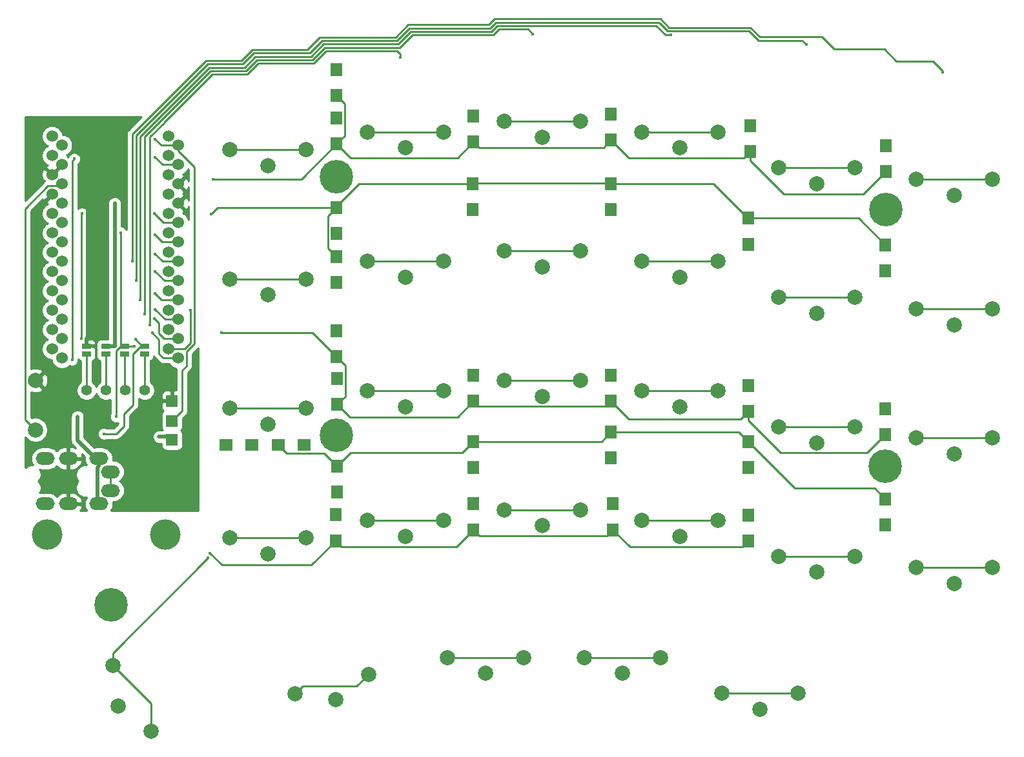
<source format=gbl>
G04 #@! TF.GenerationSoftware,KiCad,Pcbnew,5.1.9*
G04 #@! TF.CreationDate,2021-04-10T12:49:15-07:00*
G04 #@! TF.ProjectId,SofleKeyboard,536f666c-654b-4657-9962-6f6172642e6b,rev?*
G04 #@! TF.SameCoordinates,Original*
G04 #@! TF.FileFunction,Copper,L2,Bot*
G04 #@! TF.FilePolarity,Positive*
%FSLAX46Y46*%
G04 Gerber Fmt 4.6, Leading zero omitted, Abs format (unit mm)*
G04 Created by KiCad (PCBNEW 5.1.9) date 2021-04-10 12:49:15*
%MOMM*%
%LPD*%
G01*
G04 APERTURE LIST*
G04 #@! TA.AperFunction,ComponentPad*
%ADD10C,4.000000*%
G04 #@! TD*
G04 #@! TA.AperFunction,SMDPad,CuDef*
%ADD11R,1.143000X0.635000*%
G04 #@! TD*
G04 #@! TA.AperFunction,ComponentPad*
%ADD12C,1.524000*%
G04 #@! TD*
G04 #@! TA.AperFunction,ComponentPad*
%ADD13C,2.000000*%
G04 #@! TD*
G04 #@! TA.AperFunction,ComponentPad*
%ADD14C,1.397000*%
G04 #@! TD*
G04 #@! TA.AperFunction,ComponentPad*
%ADD15R,1.524000X1.524000*%
G04 #@! TD*
G04 #@! TA.AperFunction,ComponentPad*
%ADD16O,2.500000X1.700000*%
G04 #@! TD*
G04 #@! TA.AperFunction,ComponentPad*
%ADD17C,0.700000*%
G04 #@! TD*
G04 #@! TA.AperFunction,ComponentPad*
%ADD18C,4.400000*%
G04 #@! TD*
G04 #@! TA.AperFunction,ComponentPad*
%ADD19R,1.500000X1.800000*%
G04 #@! TD*
G04 #@! TA.AperFunction,ComponentPad*
%ADD20R,1.800000X1.500000*%
G04 #@! TD*
G04 #@! TA.AperFunction,ViaPad*
%ADD21C,0.400000*%
G04 #@! TD*
G04 #@! TA.AperFunction,Conductor*
%ADD22C,0.250000*%
G04 #@! TD*
G04 #@! TA.AperFunction,Conductor*
%ADD23C,0.500000*%
G04 #@! TD*
G04 #@! TA.AperFunction,Conductor*
%ADD24C,0.254000*%
G04 #@! TD*
G04 #@! TA.AperFunction,Conductor*
%ADD25C,0.100000*%
G04 #@! TD*
G04 APERTURE END LIST*
D10*
X93756996Y-106698013D03*
X109256996Y-106698013D03*
D11*
X106556996Y-82998393D03*
X106556996Y-81997633D03*
D12*
X109676996Y-54428013D03*
X109676996Y-56968013D03*
X109676996Y-59508013D03*
X109676996Y-62048013D03*
X109676996Y-64588013D03*
X109676996Y-67128013D03*
X109676996Y-69668013D03*
X109676996Y-72208013D03*
X109676996Y-74748013D03*
X109676996Y-77288013D03*
X109676996Y-79828013D03*
X109676996Y-82368013D03*
X94436996Y-82368013D03*
X94436996Y-79828013D03*
X94436996Y-77288013D03*
X94436996Y-74748013D03*
X94436996Y-72208013D03*
X94436996Y-69668013D03*
X94436996Y-67128013D03*
X94436996Y-64588013D03*
X94436996Y-62048013D03*
X94436996Y-59508013D03*
X94436996Y-56968013D03*
X94436996Y-54428013D03*
X110975811Y-65783758D03*
X110975811Y-70863758D03*
X95735811Y-55623758D03*
X110975811Y-58163758D03*
X110975811Y-81023758D03*
X95735811Y-83563758D03*
X110975811Y-73403758D03*
X110975811Y-75943758D03*
X95735811Y-73403758D03*
X95735811Y-78483758D03*
X95735811Y-65783758D03*
X95735811Y-63243758D03*
X95735811Y-58163758D03*
X95735811Y-68323758D03*
X110975811Y-83563758D03*
X95735811Y-75943758D03*
X110975811Y-55623758D03*
X110975811Y-60703758D03*
X95735811Y-81023758D03*
X110975811Y-63243758D03*
X110975811Y-68323758D03*
X95735811Y-70863758D03*
X110975811Y-78483758D03*
X95735811Y-60703758D03*
D13*
X92256996Y-86500000D03*
X92256996Y-93000000D03*
D11*
X103956996Y-82998393D03*
X103956996Y-81997633D03*
D14*
X98956996Y-87798013D03*
X101496996Y-87798013D03*
X104036996Y-87798013D03*
X106576996Y-87798013D03*
D15*
X110156996Y-89198013D03*
X110156996Y-91798013D03*
X110156996Y-94298013D03*
D11*
X98956996Y-82998393D03*
X98956996Y-81997633D03*
X101456996Y-82998393D03*
X101456996Y-81997633D03*
D16*
X102056996Y-100948013D03*
X100556996Y-96748013D03*
X96556996Y-96748013D03*
X93556996Y-96748013D03*
X96556996Y-102698013D03*
X93556996Y-102698013D03*
X102056996Y-98498013D03*
X100556996Y-102698013D03*
D13*
X127747000Y-56178100D03*
X122747000Y-58278100D03*
X117747000Y-56178100D03*
D17*
X204823722Y-96581287D03*
X203656996Y-96098013D03*
X202490270Y-96581287D03*
X202006996Y-97748013D03*
X202490270Y-98914739D03*
X203656996Y-99398013D03*
X204823722Y-98914739D03*
X205306996Y-97748013D03*
D18*
X203656996Y-97748013D03*
D17*
X204913722Y-62858386D03*
X203746996Y-62375112D03*
X202580270Y-62858386D03*
X202096996Y-64025112D03*
X202580270Y-65191838D03*
X203746996Y-65675112D03*
X204913722Y-65191838D03*
X205396996Y-64025112D03*
D18*
X203746996Y-64025112D03*
D13*
X127747000Y-90178100D03*
X122747000Y-92278100D03*
X117747000Y-90178100D03*
X163747000Y-103478100D03*
X158747000Y-105578100D03*
X153747000Y-103478100D03*
X217747000Y-77078100D03*
X212747000Y-79178100D03*
X207747000Y-77078100D03*
X199747000Y-109578100D03*
X194747000Y-111678100D03*
X189747000Y-109578100D03*
X181747000Y-53878100D03*
X176747000Y-55978100D03*
X171747000Y-53878100D03*
X199747000Y-92578100D03*
X194747000Y-94678100D03*
X189747000Y-92578100D03*
D17*
X101040266Y-114785996D03*
X100556992Y-115952722D03*
X101040266Y-117119448D03*
X102206992Y-117602722D03*
X103373718Y-117119448D03*
X103856992Y-115952722D03*
X103373718Y-114785996D03*
X102206992Y-114302722D03*
D18*
X102206992Y-115952722D03*
D13*
X145747000Y-87878100D03*
X140747000Y-89978100D03*
X135747000Y-87878100D03*
X181747000Y-70878100D03*
X176747000Y-72978100D03*
X171747000Y-70878100D03*
X145747000Y-70878100D03*
X140747000Y-72978100D03*
X135747000Y-70878100D03*
X181747000Y-104878100D03*
X176747000Y-106978100D03*
X171747000Y-104878100D03*
X217747000Y-94078100D03*
X212747000Y-96178100D03*
X207747000Y-94078100D03*
X163747000Y-86478100D03*
X158747000Y-88578100D03*
X153747000Y-86478100D03*
X163747000Y-69478100D03*
X158747000Y-71578100D03*
X153747000Y-69478100D03*
X199747000Y-75578100D03*
X194747000Y-77678100D03*
X189747000Y-75578100D03*
X145747000Y-53878100D03*
X140747000Y-55978100D03*
X135747000Y-53878100D03*
X107416099Y-132578140D03*
X103097446Y-129298013D03*
X102416099Y-123917886D03*
X192247000Y-127578100D03*
X187247000Y-129678100D03*
X182247000Y-127578100D03*
X217747000Y-60078100D03*
X212747000Y-62178100D03*
X207747000Y-60078100D03*
X217747000Y-111078100D03*
X212747000Y-113178100D03*
X207747000Y-111078100D03*
X181747000Y-87878100D03*
X176747000Y-89978100D03*
X171747000Y-87878100D03*
X145747000Y-104878100D03*
X140747000Y-106978100D03*
X135747000Y-104878100D03*
D17*
X132913722Y-92558387D03*
X131746996Y-92075113D03*
X130580270Y-92558387D03*
X130096996Y-93725113D03*
X130580270Y-94891839D03*
X131746996Y-95375113D03*
X132913722Y-94891839D03*
X133396996Y-93725113D03*
D18*
X131746996Y-93725113D03*
D13*
X127747000Y-107178100D03*
X122747000Y-109278100D03*
X117747000Y-107178100D03*
X199747000Y-58578100D03*
X194747000Y-60678100D03*
X189747000Y-58578100D03*
X135940142Y-125074423D03*
X131654032Y-128396962D03*
X126280883Y-127662613D03*
X156247000Y-122878100D03*
X151247000Y-124978100D03*
X146247000Y-122878100D03*
X174247000Y-122878100D03*
X169247000Y-124978100D03*
X164247000Y-122878100D03*
X127747000Y-73178100D03*
X122747000Y-75278100D03*
X117747000Y-73178100D03*
X163747000Y-52478100D03*
X158747000Y-54578100D03*
X153747000Y-52478100D03*
D17*
X132913722Y-58558387D03*
X131746996Y-58075113D03*
X130580270Y-58558387D03*
X130096996Y-59725113D03*
X130580270Y-60891839D03*
X131746996Y-61375113D03*
X132913722Y-60891839D03*
X133396996Y-59725113D03*
D18*
X131746996Y-59725113D03*
D19*
X167956992Y-102702722D03*
X167956992Y-106102722D03*
X149706992Y-102702722D03*
X149706992Y-106102722D03*
X131606992Y-104152722D03*
X131606992Y-107552722D03*
D20*
X117250000Y-95000000D03*
X120650000Y-95000000D03*
D19*
X203706992Y-105452722D03*
X203706992Y-102052722D03*
X185706992Y-97902722D03*
X185706992Y-94502722D03*
X167706992Y-96702722D03*
X167706992Y-93302722D03*
X149706992Y-97902722D03*
X149706992Y-94502722D03*
X131806992Y-101152722D03*
X131806992Y-97752722D03*
D20*
X127500000Y-95000000D03*
X124100000Y-95000000D03*
D19*
X203706992Y-90202722D03*
X203706992Y-93602722D03*
X185706992Y-87202722D03*
X185706992Y-90602722D03*
X167706992Y-85802722D03*
X167706992Y-89202722D03*
X149706992Y-85802722D03*
X149706992Y-89202722D03*
X131706992Y-79952722D03*
X131706992Y-83352722D03*
X131806992Y-86252722D03*
X131806992Y-89652722D03*
X203706992Y-72102722D03*
X203706992Y-68702722D03*
X185706992Y-68602722D03*
X185706992Y-65202722D03*
X167706992Y-64102722D03*
X167706992Y-60702722D03*
X149600000Y-64102722D03*
X149600000Y-60702722D03*
X131706992Y-73602722D03*
X131706992Y-70202722D03*
X131706992Y-67202722D03*
X131706992Y-63802722D03*
X203731992Y-55702722D03*
X203731992Y-59102722D03*
X185956992Y-53052722D03*
X185956992Y-56452722D03*
X167706992Y-51552722D03*
X167706992Y-54952722D03*
X149706992Y-51802722D03*
X149706992Y-55202722D03*
X131706992Y-52052722D03*
X131706992Y-55452722D03*
X131706992Y-45702722D03*
X131706992Y-49102722D03*
X185706992Y-104202722D03*
X185706992Y-107602722D03*
D21*
X107584829Y-80270182D03*
X115106992Y-109152722D03*
X107956996Y-72198013D03*
X115506992Y-60052722D03*
X107956996Y-75098013D03*
X115306992Y-64652722D03*
X107956996Y-77198013D03*
X116656992Y-80202722D03*
X107856996Y-78398013D03*
X114879120Y-109819440D03*
X102656996Y-63243758D03*
X102657004Y-81998013D03*
X108456996Y-93898013D03*
X97756268Y-91259978D03*
X98956996Y-80998013D03*
X99156996Y-58163758D03*
X99156996Y-61998013D03*
X108956996Y-87898013D03*
X104931996Y-70863758D03*
X211186992Y-46042722D03*
X105431996Y-73403758D03*
X193356992Y-42422722D03*
X105956996Y-75943758D03*
X175556992Y-41137732D03*
X106556996Y-77773013D03*
X157456992Y-41002722D03*
X107256996Y-79198013D03*
X140106992Y-44052722D03*
X107856996Y-64598013D03*
X98306996Y-81003860D03*
X98356996Y-64588013D03*
X105356996Y-81098013D03*
X101208768Y-93509978D03*
X107957002Y-54798013D03*
X107957014Y-67398013D03*
X103456996Y-67098013D03*
X105256996Y-81998013D03*
X102836268Y-91259978D03*
X107956988Y-69898013D03*
X97356996Y-57398013D03*
X107956996Y-57198013D03*
X97056996Y-83798013D03*
X112556996Y-77298013D03*
D22*
X117747000Y-56178100D02*
X127747000Y-56178100D01*
X108456996Y-81142349D02*
X107584829Y-80270182D01*
X108456996Y-82998013D02*
X108456996Y-81142349D01*
X111026996Y-83568013D02*
X109026996Y-83568013D01*
X109026996Y-83568013D02*
X108456996Y-82998013D01*
X147506613Y-108303101D02*
X149706992Y-106102722D01*
X132357371Y-108303101D02*
X147506613Y-108303101D01*
X131606992Y-107552722D02*
X132357371Y-108303101D01*
X167156613Y-106903101D02*
X167956992Y-106102722D01*
X150507371Y-106903101D02*
X167156613Y-106903101D01*
X149706992Y-106102722D02*
X150507371Y-106903101D01*
X167956992Y-106102722D02*
X170206992Y-108352722D01*
X184956992Y-108352722D02*
X185706992Y-107602722D01*
X170206992Y-108352722D02*
X184956992Y-108352722D01*
X116706992Y-110752722D02*
X115106992Y-109152722D01*
X128406992Y-110752722D02*
X116706992Y-110752722D01*
X128406992Y-110752722D02*
X131606992Y-107552722D01*
X135747000Y-53878100D02*
X145747000Y-53878100D01*
X153747000Y-52478100D02*
X163747000Y-52478100D01*
X111026996Y-73408013D02*
X109166996Y-73408013D01*
X109166996Y-73408013D02*
X107956996Y-72198013D01*
X190357371Y-62003101D02*
X185956992Y-57602722D01*
X185956992Y-57602722D02*
X185956992Y-56452722D01*
X200831613Y-62003101D02*
X190357371Y-62003101D01*
X203731992Y-59102722D02*
X200831613Y-62003101D01*
X170057371Y-57303101D02*
X167706992Y-54952722D01*
X185106613Y-57303101D02*
X170057371Y-57303101D01*
X185956992Y-56452722D02*
X185106613Y-57303101D01*
X150407371Y-55903101D02*
X149706992Y-55202722D01*
X166756613Y-55903101D02*
X150407371Y-55903101D01*
X167706992Y-54952722D02*
X166756613Y-55903101D01*
X133557371Y-57303101D02*
X131706992Y-55452722D01*
X147606613Y-57303101D02*
X133557371Y-57303101D01*
X149706992Y-55202722D02*
X147606613Y-57303101D01*
X132781993Y-54377721D02*
X131706992Y-55452722D01*
X132781993Y-50177723D02*
X132781993Y-54377721D01*
X131706992Y-49102722D02*
X132781993Y-50177723D01*
X127106992Y-60052722D02*
X115506992Y-60052722D01*
X131706992Y-55452722D02*
X127106992Y-60052722D01*
X171747000Y-53878100D02*
X181747000Y-53878100D01*
X108806996Y-75948013D02*
X107956996Y-75098013D01*
X111026996Y-75948013D02*
X108806996Y-75948013D01*
X130631991Y-64877723D02*
X131706992Y-63802722D01*
X130631991Y-69127721D02*
X130631991Y-64877723D01*
X131706992Y-70202722D02*
X130631991Y-69127721D01*
X134656992Y-60702722D02*
X149600000Y-60702722D01*
X131706992Y-63652722D02*
X134656992Y-60702722D01*
X131706992Y-63802722D02*
X131706992Y-63652722D01*
X167557369Y-60553099D02*
X167706992Y-60702722D01*
X149749623Y-60553099D02*
X167557369Y-60553099D01*
X149600000Y-60702722D02*
X149749623Y-60553099D01*
X185660624Y-65202722D02*
X185706992Y-65202722D01*
X181160624Y-60702722D02*
X185660624Y-65202722D01*
X167706992Y-60702722D02*
X181160624Y-60702722D01*
X200206992Y-65202722D02*
X203706992Y-68702722D01*
X185706992Y-65202722D02*
X200206992Y-65202722D01*
X116156992Y-63802722D02*
X115306992Y-64652722D01*
X131706992Y-63802722D02*
X116156992Y-63802722D01*
X189747000Y-58578100D02*
X199747000Y-58578100D01*
X110975811Y-78483758D02*
X109242741Y-78483758D01*
X109242741Y-78483758D02*
X107956996Y-77198013D01*
X147606613Y-91303101D02*
X149706992Y-89202722D01*
X133457371Y-91303101D02*
X147606613Y-91303101D01*
X131806992Y-89652722D02*
X133457371Y-91303101D01*
X167006613Y-89903101D02*
X167706992Y-89202722D01*
X150407371Y-89903101D02*
X167006613Y-89903101D01*
X149706992Y-89202722D02*
X150407371Y-89903101D01*
X167706992Y-89202722D02*
X170056992Y-91552722D01*
X184756992Y-91552722D02*
X185706992Y-90602722D01*
X170056992Y-91552722D02*
X184756992Y-91552722D01*
X201306613Y-96003101D02*
X203706992Y-93602722D01*
X189957371Y-96003101D02*
X201306613Y-96003101D01*
X185706992Y-91752722D02*
X189957371Y-96003101D01*
X185706992Y-90602722D02*
X185706992Y-91752722D01*
X132881993Y-88577721D02*
X131806992Y-89652722D01*
X132881993Y-84527723D02*
X132881993Y-88577721D01*
X131706992Y-83352722D02*
X132881993Y-84527723D01*
X128556992Y-80202722D02*
X116656992Y-80202722D01*
X131706992Y-83352722D02*
X128556992Y-80202722D01*
X207747000Y-60078100D02*
X217747000Y-60078100D01*
X108456996Y-80340506D02*
X108456996Y-78998013D01*
X108456996Y-78998013D02*
X107856996Y-78398013D01*
X111026996Y-81028013D02*
X109144503Y-81028013D01*
X109144503Y-81028013D02*
X108456996Y-80340506D01*
X130081993Y-96027723D02*
X131806992Y-97752722D01*
X148256615Y-95953099D02*
X149706992Y-94502722D01*
X133606615Y-95953099D02*
X148256615Y-95953099D01*
X131806992Y-97752722D02*
X133606615Y-95953099D01*
X166506992Y-94502722D02*
X167706992Y-93302722D01*
X149706992Y-94502722D02*
X166506992Y-94502722D01*
X184506992Y-93302722D02*
X185706992Y-94502722D01*
X167706992Y-93302722D02*
X184506992Y-93302722D01*
X202307369Y-100653099D02*
X203706992Y-102052722D01*
X191857369Y-100653099D02*
X202307369Y-100653099D01*
X185706992Y-94502722D02*
X191857369Y-100653099D01*
X125175001Y-96075001D02*
X124100000Y-95000000D01*
X130034715Y-96075001D02*
X125175001Y-96075001D01*
X130081993Y-96027723D02*
X130034715Y-96075001D01*
X117747000Y-73178100D02*
X127747000Y-73178100D01*
X135747000Y-70878100D02*
X145747000Y-70878100D01*
X153747000Y-69478100D02*
X163747000Y-69478100D01*
X171747000Y-70878100D02*
X181747000Y-70878100D01*
X189747000Y-75578100D02*
X199747000Y-75578100D01*
X207747000Y-77078100D02*
X217747000Y-77078100D01*
X117747000Y-90178100D02*
X127747000Y-90178100D01*
X135747000Y-87878100D02*
X145747000Y-87878100D01*
X153747000Y-86478100D02*
X163747000Y-86478100D01*
X171747000Y-87878100D02*
X181747000Y-87878100D01*
X189747000Y-92578100D02*
X199747000Y-92578100D01*
X207747000Y-94078100D02*
X217747000Y-94078100D01*
X117747000Y-107178100D02*
X127747000Y-107178100D01*
X135747000Y-104878100D02*
X145747000Y-104878100D01*
X153747000Y-103478100D02*
X163747000Y-103478100D01*
X171747000Y-104878100D02*
X181747000Y-104878100D01*
X189747000Y-109578100D02*
X199747000Y-109578100D01*
X207747000Y-111078100D02*
X217747000Y-111078100D01*
X102416099Y-122282461D02*
X102416099Y-123917886D01*
X114879120Y-109819440D02*
X102416099Y-122282461D01*
X107416099Y-128917886D02*
X107416099Y-132578140D01*
X102416099Y-123917886D02*
X107416099Y-128917886D01*
X134351951Y-126662614D02*
X135940142Y-125074423D01*
X127280882Y-126662614D02*
X134351951Y-126662614D01*
X126280883Y-127662613D02*
X127280882Y-126662614D01*
X146247000Y-122878100D02*
X156247000Y-122878100D01*
D23*
X102657004Y-81998013D02*
X102657004Y-63243766D01*
X102656624Y-81997633D02*
X102657004Y-81998013D01*
X100356986Y-102498003D02*
X100556996Y-102698013D01*
X100156996Y-96748013D02*
X100556996Y-96748013D01*
X100556996Y-96748013D02*
X100556996Y-97759522D01*
X100356986Y-97959532D02*
X100356986Y-102498003D01*
X97756268Y-94347285D02*
X100156996Y-96748013D01*
X100556996Y-97759522D02*
X100356986Y-97959532D01*
X108456996Y-93898013D02*
X109756996Y-93898013D01*
X101456996Y-81997633D02*
X102656624Y-81997633D01*
X102657004Y-63243766D02*
X102656996Y-63243758D01*
X97756268Y-91259978D02*
X97756268Y-94347285D01*
X109756996Y-93898013D02*
X110156996Y-94298013D01*
X96556996Y-102698013D02*
X95795487Y-102698013D01*
X98956996Y-81997633D02*
X98956996Y-80998013D01*
X98956996Y-80998013D02*
X99156996Y-80798013D01*
X99156996Y-80798013D02*
X99156996Y-61998013D01*
X99156996Y-61998013D02*
X99156996Y-58163758D01*
X109856996Y-89498013D02*
X110156996Y-89198013D01*
X96556996Y-96748013D02*
X96556996Y-90800000D01*
X96556996Y-90800000D02*
X92256996Y-86500000D01*
X96556996Y-96748013D02*
X96556996Y-102698013D01*
D22*
X209926992Y-44582722D02*
X211186992Y-45842722D01*
X211186992Y-45842722D02*
X211186992Y-46042722D01*
X205136992Y-44582722D02*
X209926992Y-44582722D01*
X203566992Y-43012722D02*
X205136992Y-44582722D01*
X196996992Y-43012722D02*
X203566992Y-43012722D01*
X195386992Y-41402722D02*
X196996992Y-43012722D01*
X187236992Y-41402722D02*
X195386992Y-41402722D01*
X185996992Y-40162722D02*
X187236992Y-41402722D01*
X175336992Y-40162722D02*
X185996992Y-40162722D01*
X174196992Y-39022722D02*
X175336992Y-40162722D01*
X152466992Y-39022722D02*
X174196992Y-39022722D01*
X151696992Y-39792722D02*
X152466992Y-39022722D01*
X141116992Y-39792722D02*
X151696992Y-39792722D01*
X139466992Y-41442722D02*
X141116992Y-39792722D01*
X129546992Y-41442722D02*
X139466992Y-41442722D01*
X127916992Y-43072722D02*
X129546992Y-41442722D01*
X120716992Y-43072722D02*
X127916992Y-43072722D01*
X119286992Y-44502722D02*
X120716992Y-43072722D01*
X116606992Y-44502722D02*
X119286992Y-44502722D01*
X114615876Y-44502723D02*
X117295278Y-44502723D01*
X104931996Y-54186603D02*
X114615876Y-44502723D01*
X104931996Y-70863758D02*
X104931996Y-54186603D01*
X119473393Y-44952731D02*
X116793392Y-44952732D01*
X120903392Y-43522732D02*
X119473393Y-44952731D01*
X129836982Y-41892732D02*
X128206982Y-43522732D01*
X139653393Y-41892731D02*
X129836982Y-41892732D01*
X193356992Y-42422722D02*
X192787002Y-41852732D01*
X192787002Y-41852732D02*
X187050592Y-41852732D01*
X187050592Y-41852732D02*
X185810592Y-40612732D01*
X128206982Y-43522732D02*
X120903392Y-43522732D01*
X185810592Y-40612732D02*
X175150592Y-40612732D01*
X175150592Y-40612732D02*
X174110582Y-39572722D01*
X151883393Y-40242731D02*
X141303392Y-40242732D01*
X173837002Y-39472732D02*
X152653392Y-39472732D01*
X174096992Y-39572722D02*
X174006992Y-39482722D01*
X174110582Y-39572722D02*
X174096992Y-39572722D01*
X174006992Y-39482722D02*
X173846992Y-39482722D01*
X173846992Y-39482722D02*
X173837002Y-39472732D01*
X141303392Y-40242732D02*
X139653393Y-41892731D01*
X152653392Y-39472732D02*
X151883393Y-40242731D01*
X114865869Y-44952730D02*
X117723732Y-44952730D01*
X105456996Y-54361603D02*
X114865869Y-44952730D01*
X105456996Y-73378758D02*
X105456996Y-54361603D01*
X105431996Y-73403758D02*
X105456996Y-73378758D01*
X121089792Y-43972742D02*
X128393383Y-43972741D01*
X119659794Y-45402740D02*
X121089792Y-43972742D01*
X128393383Y-43972741D02*
X130023384Y-42342740D01*
X130023384Y-42342740D02*
X139839794Y-42342740D01*
X139839794Y-42342740D02*
X141489794Y-40692740D01*
X141489794Y-40692740D02*
X152069794Y-40692740D01*
X152069794Y-40692740D02*
X152839792Y-39922742D01*
X152839792Y-39922742D02*
X173650602Y-39922742D01*
X174865592Y-41137732D02*
X175556992Y-41137732D01*
X173650602Y-39922742D02*
X174865592Y-41137732D01*
X115125260Y-45402740D02*
X117665740Y-45402740D01*
X117046974Y-45402740D02*
X117665740Y-45402740D01*
X115443000Y-45402740D02*
X118681740Y-45402740D01*
X115052269Y-45402740D02*
X115443000Y-45402740D01*
X105959969Y-54495040D02*
X115052269Y-45402740D01*
X105959969Y-75940785D02*
X105959969Y-54495040D01*
X105956996Y-75943758D02*
X105959969Y-75940785D01*
X118681740Y-45402740D02*
X119659794Y-45402740D01*
X117665740Y-45402740D02*
X118681740Y-45402740D01*
X106556996Y-54536601D02*
X106556996Y-77773013D01*
X115240849Y-45852748D02*
X118993251Y-45852748D01*
X106556996Y-54536601D02*
X115240849Y-45852748D01*
X117233374Y-45852750D02*
X119846195Y-45852749D01*
X153026192Y-40372752D02*
X156827022Y-40372752D01*
X156827022Y-40372752D02*
X157456992Y-41002722D01*
X152256195Y-41142749D02*
X153026192Y-40372752D01*
X141676194Y-41142750D02*
X152256195Y-41142749D01*
X140026195Y-42792749D02*
X141676194Y-41142750D01*
X128579784Y-44422750D02*
X130209784Y-42792750D01*
X130209784Y-42792750D02*
X140026195Y-42792749D01*
X121276194Y-44422750D02*
X128579784Y-44422750D01*
X119846195Y-45852749D02*
X121276194Y-44422750D01*
X107256996Y-54523015D02*
X107256996Y-79198013D01*
X109081999Y-52698012D02*
X107256996Y-54523015D01*
X115427249Y-46302758D02*
X118289242Y-46302758D01*
X109081999Y-52648008D02*
X115427249Y-46302758D01*
X109081999Y-52698012D02*
X109081999Y-52648008D01*
X117419776Y-46302758D02*
X118289242Y-46302758D01*
X118289242Y-46302758D02*
X120032596Y-46302758D01*
X139697028Y-43242758D02*
X140106992Y-43652722D01*
X140106992Y-43652722D02*
X140106992Y-44052722D01*
X130396186Y-43242758D02*
X139697028Y-43242758D01*
X121462594Y-44872760D02*
X128766185Y-44872759D01*
X128766185Y-44872759D02*
X130396186Y-43242758D01*
X120032596Y-46302758D02*
X121462594Y-44872760D01*
X98306996Y-64638013D02*
X98356996Y-64588013D01*
X98306996Y-81003860D02*
X98306996Y-64638013D01*
X106556996Y-81997633D02*
X106256616Y-81997633D01*
X106256616Y-81997633D02*
X105356996Y-81098013D01*
X107856996Y-64598013D02*
X109042741Y-65783758D01*
X109042741Y-65783758D02*
X110975811Y-65783758D01*
X105060497Y-83020890D02*
X105060497Y-89679730D01*
X102836268Y-93509978D02*
X101208768Y-93509978D01*
X106083754Y-81997633D02*
X105060497Y-83020890D01*
X103859769Y-92486477D02*
X102836268Y-93509978D01*
X106556996Y-81997633D02*
X106083754Y-81997633D01*
X103859769Y-90880458D02*
X103859769Y-92486477D01*
X105060497Y-89679730D02*
X103859769Y-90880458D01*
X108782747Y-55623758D02*
X107957002Y-54798013D01*
X110975811Y-55623758D02*
X108782747Y-55623758D01*
X111456996Y-90498013D02*
X111456996Y-89552718D01*
X110156996Y-91798013D02*
X111456996Y-90498013D01*
X111456996Y-90310013D02*
X111456996Y-89552718D01*
X112062812Y-84592197D02*
X112062812Y-82728607D01*
X111456996Y-85198013D02*
X112062812Y-84592197D01*
X111456996Y-89552718D02*
X111456996Y-85198013D01*
X110975811Y-56365811D02*
X110975811Y-55623758D01*
X113081997Y-58471997D02*
X110975811Y-56365811D01*
X113081997Y-81709422D02*
X113081997Y-58471997D01*
X112062812Y-82728607D02*
X113081997Y-81709422D01*
X103856996Y-81897633D02*
X103956996Y-81997633D01*
X103957376Y-81998013D02*
X103956996Y-81997633D01*
X103456996Y-81997633D02*
X103456996Y-67128013D01*
X105256996Y-81998013D02*
X103957376Y-81998013D01*
X108882759Y-68323758D02*
X107957014Y-67398013D01*
X103470190Y-81998013D02*
X105256996Y-81998013D01*
X110975811Y-68323758D02*
X108882759Y-68323758D01*
X102836268Y-91259978D02*
X102836268Y-82631935D01*
X102836268Y-82631935D02*
X103470190Y-81998013D01*
X95735811Y-60703758D02*
X95478557Y-60961012D01*
X95478557Y-60961012D02*
X93915235Y-60961012D01*
X93915235Y-60961012D02*
X90931995Y-63944252D01*
X90931995Y-91674999D02*
X92256996Y-93000000D01*
X90931995Y-63944252D02*
X90931995Y-91674999D01*
X164247000Y-122878100D02*
X174247000Y-122878100D01*
X110975811Y-70863758D02*
X108922733Y-70863758D01*
X108922733Y-70863758D02*
X107956988Y-69898013D01*
X108922741Y-58163758D02*
X107956996Y-57198013D01*
X110975811Y-58163758D02*
X108922741Y-58163758D01*
X97056996Y-57698013D02*
X97056996Y-83798013D01*
X97356996Y-57398013D02*
X97056996Y-57698013D01*
X98956996Y-82998393D02*
X98956996Y-87798013D01*
X101456996Y-82998393D02*
X101456996Y-87758013D01*
X101456996Y-87758013D02*
X101496996Y-87798013D01*
X103956996Y-82998393D02*
X103956996Y-87718013D01*
X103956996Y-87718013D02*
X104036996Y-87798013D01*
X106556996Y-87778013D02*
X106576996Y-87798013D01*
X106556996Y-82998393D02*
X106556996Y-87778013D01*
X182247000Y-127578100D02*
X192247000Y-127578100D01*
X109676996Y-82368013D02*
X111786996Y-82368013D01*
X112556996Y-81598013D02*
X112556996Y-77298013D01*
X111786996Y-82368013D02*
X112556996Y-81598013D01*
X102456996Y-98498013D02*
X102056996Y-98498013D01*
X102056996Y-100948013D02*
X102056996Y-98498013D01*
D24*
X94630744Y-62033871D02*
X94616601Y-62048013D01*
X94630744Y-62062156D01*
X94451139Y-62241761D01*
X94436996Y-62227618D01*
X93651036Y-63013578D01*
X93718016Y-63253669D01*
X93853756Y-63317498D01*
X93775269Y-63350008D01*
X93546461Y-63502893D01*
X93351876Y-63697478D01*
X93198991Y-63926286D01*
X93093682Y-64180523D01*
X93039996Y-64450421D01*
X93039996Y-64725605D01*
X93093682Y-64995503D01*
X93198991Y-65249740D01*
X93351876Y-65478548D01*
X93546461Y-65673133D01*
X93775269Y-65826018D01*
X93852511Y-65858013D01*
X93775269Y-65890008D01*
X93546461Y-66042893D01*
X93351876Y-66237478D01*
X93198991Y-66466286D01*
X93093682Y-66720523D01*
X93039996Y-66990421D01*
X93039996Y-67265605D01*
X93093682Y-67535503D01*
X93198991Y-67789740D01*
X93351876Y-68018548D01*
X93546461Y-68213133D01*
X93775269Y-68366018D01*
X93852511Y-68398013D01*
X93775269Y-68430008D01*
X93546461Y-68582893D01*
X93351876Y-68777478D01*
X93198991Y-69006286D01*
X93093682Y-69260523D01*
X93039996Y-69530421D01*
X93039996Y-69805605D01*
X93093682Y-70075503D01*
X93198991Y-70329740D01*
X93351876Y-70558548D01*
X93546461Y-70753133D01*
X93775269Y-70906018D01*
X93852511Y-70938013D01*
X93775269Y-70970008D01*
X93546461Y-71122893D01*
X93351876Y-71317478D01*
X93198991Y-71546286D01*
X93093682Y-71800523D01*
X93039996Y-72070421D01*
X93039996Y-72345605D01*
X93093682Y-72615503D01*
X93198991Y-72869740D01*
X93351876Y-73098548D01*
X93546461Y-73293133D01*
X93775269Y-73446018D01*
X93852511Y-73478013D01*
X93775269Y-73510008D01*
X93546461Y-73662893D01*
X93351876Y-73857478D01*
X93198991Y-74086286D01*
X93093682Y-74340523D01*
X93039996Y-74610421D01*
X93039996Y-74885605D01*
X93093682Y-75155503D01*
X93198991Y-75409740D01*
X93351876Y-75638548D01*
X93546461Y-75833133D01*
X93775269Y-75986018D01*
X93852511Y-76018013D01*
X93775269Y-76050008D01*
X93546461Y-76202893D01*
X93351876Y-76397478D01*
X93198991Y-76626286D01*
X93093682Y-76880523D01*
X93039996Y-77150421D01*
X93039996Y-77425605D01*
X93093682Y-77695503D01*
X93198991Y-77949740D01*
X93351876Y-78178548D01*
X93546461Y-78373133D01*
X93775269Y-78526018D01*
X93852511Y-78558013D01*
X93775269Y-78590008D01*
X93546461Y-78742893D01*
X93351876Y-78937478D01*
X93198991Y-79166286D01*
X93093682Y-79420523D01*
X93039996Y-79690421D01*
X93039996Y-79965605D01*
X93093682Y-80235503D01*
X93198991Y-80489740D01*
X93351876Y-80718548D01*
X93546461Y-80913133D01*
X93775269Y-81066018D01*
X93852511Y-81098013D01*
X93775269Y-81130008D01*
X93546461Y-81282893D01*
X93351876Y-81477478D01*
X93198991Y-81706286D01*
X93093682Y-81960523D01*
X93039996Y-82230421D01*
X93039996Y-82505605D01*
X93093682Y-82775503D01*
X93198991Y-83029740D01*
X93351876Y-83258548D01*
X93546461Y-83453133D01*
X93775269Y-83606018D01*
X94029506Y-83711327D01*
X94299404Y-83765013D01*
X94351474Y-83765013D01*
X94392497Y-83971248D01*
X94497806Y-84225485D01*
X94650691Y-84454293D01*
X94845276Y-84648878D01*
X95074084Y-84801763D01*
X95328321Y-84907072D01*
X95598219Y-84960758D01*
X95873403Y-84960758D01*
X96143301Y-84907072D01*
X96397538Y-84801763D01*
X96626346Y-84648878D01*
X96715052Y-84560172D01*
X96813436Y-84600924D01*
X96974756Y-84633013D01*
X97139236Y-84633013D01*
X97300556Y-84600924D01*
X97452517Y-84537980D01*
X97589277Y-84446600D01*
X97705583Y-84330294D01*
X97796963Y-84193534D01*
X97859907Y-84041573D01*
X97891996Y-83880253D01*
X97891996Y-83715773D01*
X97891929Y-83715435D01*
X97934311Y-83767078D01*
X98031002Y-83846430D01*
X98141316Y-83905395D01*
X98196996Y-83922285D01*
X98196997Y-86702042D01*
X98106939Y-86762216D01*
X97921199Y-86947956D01*
X97775264Y-87166364D01*
X97674742Y-87409045D01*
X97623496Y-87666675D01*
X97623496Y-87929351D01*
X97674742Y-88186981D01*
X97775264Y-88429662D01*
X97921199Y-88648070D01*
X98106939Y-88833810D01*
X98325347Y-88979745D01*
X98568028Y-89080267D01*
X98825658Y-89131513D01*
X99088334Y-89131513D01*
X99345964Y-89080267D01*
X99588645Y-88979745D01*
X99807053Y-88833810D01*
X99992793Y-88648070D01*
X100138728Y-88429662D01*
X100226996Y-88216565D01*
X100315264Y-88429662D01*
X100461199Y-88648070D01*
X100646939Y-88833810D01*
X100865347Y-88979745D01*
X101108028Y-89080267D01*
X101365658Y-89131513D01*
X101628334Y-89131513D01*
X101885964Y-89080267D01*
X102076268Y-89001440D01*
X102076268Y-90912821D01*
X102033357Y-91016418D01*
X102001268Y-91177738D01*
X102001268Y-91342218D01*
X102033357Y-91503538D01*
X102096301Y-91655499D01*
X102187681Y-91792259D01*
X102303987Y-91908565D01*
X102440747Y-91999945D01*
X102592708Y-92062889D01*
X102754028Y-92094978D01*
X102918508Y-92094978D01*
X103079828Y-92062889D01*
X103099770Y-92054629D01*
X103099770Y-92171674D01*
X102521467Y-92749978D01*
X101555925Y-92749978D01*
X101452328Y-92707067D01*
X101291008Y-92674978D01*
X101126528Y-92674978D01*
X100965208Y-92707067D01*
X100813247Y-92770011D01*
X100676487Y-92861391D01*
X100560181Y-92977697D01*
X100468801Y-93114457D01*
X100405857Y-93266418D01*
X100373768Y-93427738D01*
X100373768Y-93592218D01*
X100405857Y-93753538D01*
X100468801Y-93905499D01*
X100560181Y-94042259D01*
X100676487Y-94158565D01*
X100813247Y-94249945D01*
X100965208Y-94312889D01*
X101126528Y-94344978D01*
X101291008Y-94344978D01*
X101452328Y-94312889D01*
X101555925Y-94269978D01*
X102798946Y-94269978D01*
X102836268Y-94273654D01*
X102873590Y-94269978D01*
X102873601Y-94269978D01*
X102985254Y-94258981D01*
X103128515Y-94215524D01*
X103260544Y-94144952D01*
X103376269Y-94049979D01*
X103400072Y-94020976D01*
X104370772Y-93050276D01*
X104399770Y-93026478D01*
X104446139Y-92969977D01*
X104494743Y-92910754D01*
X104565315Y-92778724D01*
X104586843Y-92707753D01*
X104608772Y-92635463D01*
X104619769Y-92523810D01*
X104619769Y-92523800D01*
X104623445Y-92486477D01*
X104619769Y-92449155D01*
X104619769Y-91195259D01*
X105571500Y-90243529D01*
X105600498Y-90219731D01*
X105695471Y-90104006D01*
X105766043Y-89971977D01*
X105809500Y-89828716D01*
X105820497Y-89717063D01*
X105820497Y-89717053D01*
X105824173Y-89679730D01*
X105820497Y-89642407D01*
X105820497Y-88896323D01*
X105945347Y-88979745D01*
X106188028Y-89080267D01*
X106445658Y-89131513D01*
X106708334Y-89131513D01*
X106965964Y-89080267D01*
X107208645Y-88979745D01*
X107427053Y-88833810D01*
X107612793Y-88648070D01*
X107754484Y-88436013D01*
X108756924Y-88436013D01*
X108759996Y-88912263D01*
X108918746Y-89071013D01*
X110029996Y-89071013D01*
X110029996Y-87959763D01*
X109871246Y-87801013D01*
X109394996Y-87797941D01*
X109270514Y-87810201D01*
X109150816Y-87846511D01*
X109040502Y-87905476D01*
X108943811Y-87984828D01*
X108864459Y-88081519D01*
X108805494Y-88191833D01*
X108769184Y-88311531D01*
X108756924Y-88436013D01*
X107754484Y-88436013D01*
X107758728Y-88429662D01*
X107859250Y-88186981D01*
X107910496Y-87929351D01*
X107910496Y-87666675D01*
X107859250Y-87409045D01*
X107758728Y-87166364D01*
X107612793Y-86947956D01*
X107427053Y-86762216D01*
X107316996Y-86688679D01*
X107316996Y-83922285D01*
X107372676Y-83905395D01*
X107482990Y-83846430D01*
X107579681Y-83767078D01*
X107659033Y-83670387D01*
X107717998Y-83560073D01*
X107754308Y-83440375D01*
X107766348Y-83318130D01*
X107822022Y-83422289D01*
X107861867Y-83470839D01*
X107916995Y-83538014D01*
X107945998Y-83561816D01*
X108463196Y-84079015D01*
X108486995Y-84108014D01*
X108602720Y-84202987D01*
X108734749Y-84273559D01*
X108878010Y-84317016D01*
X108989663Y-84328013D01*
X108989671Y-84328013D01*
X109026996Y-84331689D01*
X109064321Y-84328013D01*
X109806313Y-84328013D01*
X109890691Y-84454293D01*
X110085276Y-84648878D01*
X110314084Y-84801763D01*
X110568321Y-84907072D01*
X110740656Y-84941352D01*
X110707994Y-85049028D01*
X110693320Y-85198013D01*
X110696997Y-85235345D01*
X110696996Y-87799373D01*
X110442746Y-87801013D01*
X110283996Y-87959763D01*
X110283996Y-89071013D01*
X110303996Y-89071013D01*
X110303996Y-89325013D01*
X110283996Y-89325013D01*
X110283996Y-89345013D01*
X110029996Y-89345013D01*
X110029996Y-89325013D01*
X108918746Y-89325013D01*
X108759996Y-89483763D01*
X108756924Y-89960013D01*
X108769184Y-90084495D01*
X108805494Y-90204193D01*
X108864459Y-90314507D01*
X108943811Y-90411198D01*
X109040502Y-90490550D01*
X109054464Y-90498013D01*
X109040502Y-90505476D01*
X108943811Y-90584828D01*
X108864459Y-90681519D01*
X108805494Y-90791833D01*
X108769184Y-90911531D01*
X108756924Y-91036013D01*
X108756924Y-92560013D01*
X108769184Y-92684495D01*
X108805494Y-92804193D01*
X108864459Y-92914507D01*
X108943811Y-93011198D01*
X108946023Y-93013013D01*
X108413519Y-93013013D01*
X108283506Y-93025818D01*
X108116683Y-93076424D01*
X107962937Y-93158602D01*
X107828179Y-93269196D01*
X107717585Y-93403954D01*
X107635407Y-93557700D01*
X107584801Y-93724523D01*
X107567714Y-93898013D01*
X107584801Y-94071503D01*
X107635407Y-94238326D01*
X107717585Y-94392072D01*
X107828179Y-94526830D01*
X107962937Y-94637424D01*
X108116683Y-94719602D01*
X108283506Y-94770208D01*
X108413519Y-94783013D01*
X108756924Y-94783013D01*
X108756924Y-95060013D01*
X108769184Y-95184495D01*
X108805494Y-95304193D01*
X108864459Y-95414507D01*
X108943811Y-95511198D01*
X109040502Y-95590550D01*
X109150816Y-95649515D01*
X109270514Y-95685825D01*
X109394996Y-95698085D01*
X110918996Y-95698085D01*
X111043478Y-95685825D01*
X111163176Y-95649515D01*
X111273490Y-95590550D01*
X111370181Y-95511198D01*
X111449533Y-95414507D01*
X111508498Y-95304193D01*
X111544808Y-95184495D01*
X111557068Y-95060013D01*
X111557068Y-93536013D01*
X111544808Y-93411531D01*
X111508498Y-93291833D01*
X111449533Y-93181519D01*
X111370181Y-93084828D01*
X111325322Y-93048013D01*
X111370181Y-93011198D01*
X111449533Y-92914507D01*
X111508498Y-92804193D01*
X111544808Y-92684495D01*
X111557068Y-92560013D01*
X111557068Y-91472743D01*
X111968000Y-91061811D01*
X111996997Y-91038014D01*
X112091970Y-90922289D01*
X112162542Y-90790260D01*
X112205999Y-90646999D01*
X112216996Y-90535346D01*
X112216996Y-90535338D01*
X112220672Y-90498013D01*
X112216996Y-90460688D01*
X112216996Y-85512814D01*
X112573816Y-85155995D01*
X112602813Y-85132198D01*
X112697786Y-85016473D01*
X112768358Y-84884444D01*
X112811815Y-84741183D01*
X112822812Y-84629530D01*
X112822812Y-84629521D01*
X112826488Y-84592198D01*
X112822812Y-84554875D01*
X112822812Y-83043408D01*
X113593001Y-82273220D01*
X113619996Y-82251066D01*
X113619996Y-103598113D01*
X102139363Y-103598113D01*
X102197702Y-103527027D01*
X102335595Y-103269047D01*
X102420509Y-102989124D01*
X102449181Y-102698013D01*
X102423081Y-102433013D01*
X102529946Y-102433013D01*
X102748107Y-102411526D01*
X103028030Y-102326612D01*
X103286010Y-102188719D01*
X103512130Y-102003147D01*
X103697702Y-101777027D01*
X103835595Y-101519047D01*
X103920509Y-101239124D01*
X103949181Y-100948013D01*
X103920509Y-100656902D01*
X103835595Y-100376979D01*
X103697702Y-100118999D01*
X103512130Y-99892879D01*
X103305148Y-99723013D01*
X103512130Y-99553147D01*
X103697702Y-99327027D01*
X103835595Y-99069047D01*
X103920509Y-98789124D01*
X103949181Y-98498013D01*
X103920509Y-98206902D01*
X103835595Y-97926979D01*
X103697702Y-97668999D01*
X103512130Y-97442879D01*
X103286010Y-97257307D01*
X103028030Y-97119414D01*
X102748107Y-97034500D01*
X102529946Y-97013013D01*
X102423081Y-97013013D01*
X102449181Y-96748013D01*
X102420509Y-96456902D01*
X102335595Y-96176979D01*
X102197702Y-95918999D01*
X102012130Y-95692879D01*
X101786010Y-95507307D01*
X101528030Y-95369414D01*
X101248107Y-95284500D01*
X101029946Y-95263013D01*
X100084046Y-95263013D01*
X99937963Y-95277401D01*
X98641268Y-93980707D01*
X98641268Y-91216501D01*
X98628463Y-91086488D01*
X98577857Y-90919665D01*
X98495679Y-90765919D01*
X98385085Y-90631161D01*
X98250326Y-90520567D01*
X98096580Y-90438389D01*
X97929757Y-90387783D01*
X97756268Y-90370696D01*
X97582778Y-90387783D01*
X97415955Y-90438389D01*
X97262209Y-90520567D01*
X97127451Y-90631161D01*
X97016857Y-90765920D01*
X96934679Y-90919666D01*
X96884073Y-91086489D01*
X96871268Y-91216502D01*
X96871269Y-94303806D01*
X96866987Y-94347285D01*
X96884073Y-94520775D01*
X96934680Y-94687598D01*
X97016858Y-94841344D01*
X97099736Y-94942331D01*
X97099739Y-94942334D01*
X97127452Y-94976102D01*
X97161219Y-95003814D01*
X97541816Y-95384411D01*
X97371265Y-95316323D01*
X97083996Y-95263013D01*
X96683996Y-95263013D01*
X96683996Y-96621013D01*
X98277151Y-96621013D01*
X98398472Y-96391123D01*
X98377559Y-96297060D01*
X98319694Y-96162289D01*
X98686384Y-96528980D01*
X98664811Y-96748013D01*
X98693483Y-97039124D01*
X98778397Y-97319047D01*
X98916290Y-97577027D01*
X98958931Y-97628985D01*
X98878633Y-97613013D01*
X98635359Y-97613013D01*
X98396760Y-97660473D01*
X98172004Y-97753570D01*
X97969729Y-97888726D01*
X97797709Y-98060746D01*
X97662553Y-98263021D01*
X97569456Y-98487777D01*
X97521996Y-98726376D01*
X97521996Y-98969650D01*
X97569456Y-99208249D01*
X97662553Y-99433005D01*
X97797709Y-99635280D01*
X97885442Y-99723013D01*
X97797709Y-99810746D01*
X97662553Y-100013021D01*
X97569456Y-100237777D01*
X97521996Y-100476376D01*
X97521996Y-100719650D01*
X97569456Y-100958249D01*
X97662553Y-101183005D01*
X97797709Y-101385280D01*
X97969729Y-101557300D01*
X98172004Y-101692456D01*
X98396760Y-101785553D01*
X98635359Y-101833013D01*
X98878633Y-101833013D01*
X98958931Y-101817041D01*
X98916290Y-101868999D01*
X98778397Y-102126979D01*
X98693483Y-102406902D01*
X98664811Y-102698013D01*
X98693483Y-102989124D01*
X98778397Y-103269047D01*
X98916290Y-103527027D01*
X98974629Y-103598113D01*
X98138174Y-103598113D01*
X98262287Y-103417439D01*
X98377559Y-103148966D01*
X98398472Y-103054903D01*
X98277151Y-102825013D01*
X96683996Y-102825013D01*
X96683996Y-102845013D01*
X96429996Y-102845013D01*
X96429996Y-102825013D01*
X96409996Y-102825013D01*
X96409996Y-102571013D01*
X96429996Y-102571013D01*
X96429996Y-101213013D01*
X96683996Y-101213013D01*
X96683996Y-102571013D01*
X98277151Y-102571013D01*
X98398472Y-102341123D01*
X98377559Y-102247060D01*
X98262287Y-101978587D01*
X98096853Y-101737761D01*
X97887615Y-101533837D01*
X97642614Y-101374652D01*
X97371265Y-101266323D01*
X97083996Y-101213013D01*
X96683996Y-101213013D01*
X96429996Y-101213013D01*
X96029996Y-101213013D01*
X95742727Y-101266323D01*
X95471378Y-101374652D01*
X95226377Y-101533837D01*
X95057620Y-101698308D01*
X95012130Y-101642879D01*
X94786010Y-101457307D01*
X94528030Y-101319414D01*
X94248107Y-101234500D01*
X94029946Y-101213013D01*
X93084046Y-101213013D01*
X92865885Y-101234500D01*
X92804612Y-101253087D01*
X92851439Y-101183005D01*
X92944536Y-100958249D01*
X92991996Y-100719650D01*
X92991996Y-100476376D01*
X92944536Y-100237777D01*
X92851439Y-100013021D01*
X92716283Y-99810746D01*
X92628550Y-99723013D01*
X92716283Y-99635280D01*
X92851439Y-99433005D01*
X92944536Y-99208249D01*
X92991996Y-98969650D01*
X92991996Y-98726376D01*
X92944536Y-98487777D01*
X92851439Y-98263021D01*
X92804612Y-98192939D01*
X92865885Y-98211526D01*
X93084046Y-98233013D01*
X94029946Y-98233013D01*
X94248107Y-98211526D01*
X94528030Y-98126612D01*
X94786010Y-97988719D01*
X95012130Y-97803147D01*
X95057620Y-97747718D01*
X95226377Y-97912189D01*
X95471378Y-98071374D01*
X95742727Y-98179703D01*
X96029996Y-98233013D01*
X96429996Y-98233013D01*
X96429996Y-96875013D01*
X96683996Y-96875013D01*
X96683996Y-98233013D01*
X97083996Y-98233013D01*
X97371265Y-98179703D01*
X97642614Y-98071374D01*
X97887615Y-97912189D01*
X98096853Y-97708265D01*
X98262287Y-97467439D01*
X98377559Y-97198966D01*
X98398472Y-97104903D01*
X98277151Y-96875013D01*
X96683996Y-96875013D01*
X96429996Y-96875013D01*
X96409996Y-96875013D01*
X96409996Y-96621013D01*
X96429996Y-96621013D01*
X96429996Y-95263013D01*
X96029996Y-95263013D01*
X95742727Y-95316323D01*
X95471378Y-95424652D01*
X95226377Y-95583837D01*
X95057620Y-95748308D01*
X95012130Y-95692879D01*
X94786010Y-95507307D01*
X94528030Y-95369414D01*
X94248107Y-95284500D01*
X94029946Y-95263013D01*
X93084046Y-95263013D01*
X92865885Y-95284500D01*
X92585962Y-95369414D01*
X92327982Y-95507307D01*
X92101862Y-95692879D01*
X91916290Y-95918999D01*
X91778397Y-96176979D01*
X91693483Y-96456902D01*
X91664811Y-96748013D01*
X91693483Y-97039124D01*
X91778397Y-97319047D01*
X91916290Y-97577027D01*
X91958931Y-97628985D01*
X91878633Y-97613013D01*
X91635359Y-97613013D01*
X91396760Y-97660473D01*
X91172004Y-97753570D01*
X90969729Y-97888726D01*
X90941992Y-97916463D01*
X90941992Y-93974879D01*
X90987009Y-94042252D01*
X91214744Y-94269987D01*
X91482533Y-94448918D01*
X91780084Y-94572168D01*
X92095963Y-94635000D01*
X92418029Y-94635000D01*
X92733908Y-94572168D01*
X93031459Y-94448918D01*
X93299248Y-94269987D01*
X93526983Y-94042252D01*
X93705914Y-93774463D01*
X93829164Y-93476912D01*
X93891996Y-93161033D01*
X93891996Y-92838967D01*
X93829164Y-92523088D01*
X93705914Y-92225537D01*
X93526983Y-91957748D01*
X93299248Y-91730013D01*
X93031459Y-91551082D01*
X92733908Y-91427832D01*
X92418029Y-91365000D01*
X92095963Y-91365000D01*
X91780084Y-91427832D01*
X91765620Y-91433823D01*
X91691995Y-91360198D01*
X91691995Y-88042127D01*
X91998104Y-88122384D01*
X92319591Y-88141718D01*
X92638671Y-88097961D01*
X92943084Y-87992795D01*
X93117040Y-87899814D01*
X93212804Y-87635413D01*
X92256996Y-86679605D01*
X92242854Y-86693748D01*
X92063249Y-86514143D01*
X92077391Y-86500000D01*
X92436601Y-86500000D01*
X93392409Y-87455808D01*
X93656810Y-87360044D01*
X93797700Y-87070429D01*
X93879380Y-86758892D01*
X93898714Y-86437405D01*
X93854957Y-86118325D01*
X93749791Y-85813912D01*
X93656810Y-85639956D01*
X93392409Y-85544192D01*
X92436601Y-86500000D01*
X92077391Y-86500000D01*
X92063249Y-86485858D01*
X92242854Y-86306253D01*
X92256996Y-86320395D01*
X93212804Y-85364587D01*
X93117040Y-85100186D01*
X92827425Y-84959296D01*
X92515888Y-84877616D01*
X92194401Y-84858282D01*
X91875321Y-84902039D01*
X91691995Y-84965373D01*
X91691995Y-64259053D01*
X93214870Y-62736179D01*
X93231340Y-62766993D01*
X93471431Y-62833973D01*
X94257391Y-62048013D01*
X94243249Y-62033871D01*
X94422854Y-61854266D01*
X94436996Y-61868408D01*
X94451139Y-61854266D01*
X94630744Y-62033871D01*
G04 #@! TA.AperFunction,Conductor*
D25*
G36*
X94630744Y-62033871D02*
G01*
X94616601Y-62048013D01*
X94630744Y-62062156D01*
X94451139Y-62241761D01*
X94436996Y-62227618D01*
X93651036Y-63013578D01*
X93718016Y-63253669D01*
X93853756Y-63317498D01*
X93775269Y-63350008D01*
X93546461Y-63502893D01*
X93351876Y-63697478D01*
X93198991Y-63926286D01*
X93093682Y-64180523D01*
X93039996Y-64450421D01*
X93039996Y-64725605D01*
X93093682Y-64995503D01*
X93198991Y-65249740D01*
X93351876Y-65478548D01*
X93546461Y-65673133D01*
X93775269Y-65826018D01*
X93852511Y-65858013D01*
X93775269Y-65890008D01*
X93546461Y-66042893D01*
X93351876Y-66237478D01*
X93198991Y-66466286D01*
X93093682Y-66720523D01*
X93039996Y-66990421D01*
X93039996Y-67265605D01*
X93093682Y-67535503D01*
X93198991Y-67789740D01*
X93351876Y-68018548D01*
X93546461Y-68213133D01*
X93775269Y-68366018D01*
X93852511Y-68398013D01*
X93775269Y-68430008D01*
X93546461Y-68582893D01*
X93351876Y-68777478D01*
X93198991Y-69006286D01*
X93093682Y-69260523D01*
X93039996Y-69530421D01*
X93039996Y-69805605D01*
X93093682Y-70075503D01*
X93198991Y-70329740D01*
X93351876Y-70558548D01*
X93546461Y-70753133D01*
X93775269Y-70906018D01*
X93852511Y-70938013D01*
X93775269Y-70970008D01*
X93546461Y-71122893D01*
X93351876Y-71317478D01*
X93198991Y-71546286D01*
X93093682Y-71800523D01*
X93039996Y-72070421D01*
X93039996Y-72345605D01*
X93093682Y-72615503D01*
X93198991Y-72869740D01*
X93351876Y-73098548D01*
X93546461Y-73293133D01*
X93775269Y-73446018D01*
X93852511Y-73478013D01*
X93775269Y-73510008D01*
X93546461Y-73662893D01*
X93351876Y-73857478D01*
X93198991Y-74086286D01*
X93093682Y-74340523D01*
X93039996Y-74610421D01*
X93039996Y-74885605D01*
X93093682Y-75155503D01*
X93198991Y-75409740D01*
X93351876Y-75638548D01*
X93546461Y-75833133D01*
X93775269Y-75986018D01*
X93852511Y-76018013D01*
X93775269Y-76050008D01*
X93546461Y-76202893D01*
X93351876Y-76397478D01*
X93198991Y-76626286D01*
X93093682Y-76880523D01*
X93039996Y-77150421D01*
X93039996Y-77425605D01*
X93093682Y-77695503D01*
X93198991Y-77949740D01*
X93351876Y-78178548D01*
X93546461Y-78373133D01*
X93775269Y-78526018D01*
X93852511Y-78558013D01*
X93775269Y-78590008D01*
X93546461Y-78742893D01*
X93351876Y-78937478D01*
X93198991Y-79166286D01*
X93093682Y-79420523D01*
X93039996Y-79690421D01*
X93039996Y-79965605D01*
X93093682Y-80235503D01*
X93198991Y-80489740D01*
X93351876Y-80718548D01*
X93546461Y-80913133D01*
X93775269Y-81066018D01*
X93852511Y-81098013D01*
X93775269Y-81130008D01*
X93546461Y-81282893D01*
X93351876Y-81477478D01*
X93198991Y-81706286D01*
X93093682Y-81960523D01*
X93039996Y-82230421D01*
X93039996Y-82505605D01*
X93093682Y-82775503D01*
X93198991Y-83029740D01*
X93351876Y-83258548D01*
X93546461Y-83453133D01*
X93775269Y-83606018D01*
X94029506Y-83711327D01*
X94299404Y-83765013D01*
X94351474Y-83765013D01*
X94392497Y-83971248D01*
X94497806Y-84225485D01*
X94650691Y-84454293D01*
X94845276Y-84648878D01*
X95074084Y-84801763D01*
X95328321Y-84907072D01*
X95598219Y-84960758D01*
X95873403Y-84960758D01*
X96143301Y-84907072D01*
X96397538Y-84801763D01*
X96626346Y-84648878D01*
X96715052Y-84560172D01*
X96813436Y-84600924D01*
X96974756Y-84633013D01*
X97139236Y-84633013D01*
X97300556Y-84600924D01*
X97452517Y-84537980D01*
X97589277Y-84446600D01*
X97705583Y-84330294D01*
X97796963Y-84193534D01*
X97859907Y-84041573D01*
X97891996Y-83880253D01*
X97891996Y-83715773D01*
X97891929Y-83715435D01*
X97934311Y-83767078D01*
X98031002Y-83846430D01*
X98141316Y-83905395D01*
X98196996Y-83922285D01*
X98196997Y-86702042D01*
X98106939Y-86762216D01*
X97921199Y-86947956D01*
X97775264Y-87166364D01*
X97674742Y-87409045D01*
X97623496Y-87666675D01*
X97623496Y-87929351D01*
X97674742Y-88186981D01*
X97775264Y-88429662D01*
X97921199Y-88648070D01*
X98106939Y-88833810D01*
X98325347Y-88979745D01*
X98568028Y-89080267D01*
X98825658Y-89131513D01*
X99088334Y-89131513D01*
X99345964Y-89080267D01*
X99588645Y-88979745D01*
X99807053Y-88833810D01*
X99992793Y-88648070D01*
X100138728Y-88429662D01*
X100226996Y-88216565D01*
X100315264Y-88429662D01*
X100461199Y-88648070D01*
X100646939Y-88833810D01*
X100865347Y-88979745D01*
X101108028Y-89080267D01*
X101365658Y-89131513D01*
X101628334Y-89131513D01*
X101885964Y-89080267D01*
X102076268Y-89001440D01*
X102076268Y-90912821D01*
X102033357Y-91016418D01*
X102001268Y-91177738D01*
X102001268Y-91342218D01*
X102033357Y-91503538D01*
X102096301Y-91655499D01*
X102187681Y-91792259D01*
X102303987Y-91908565D01*
X102440747Y-91999945D01*
X102592708Y-92062889D01*
X102754028Y-92094978D01*
X102918508Y-92094978D01*
X103079828Y-92062889D01*
X103099770Y-92054629D01*
X103099770Y-92171674D01*
X102521467Y-92749978D01*
X101555925Y-92749978D01*
X101452328Y-92707067D01*
X101291008Y-92674978D01*
X101126528Y-92674978D01*
X100965208Y-92707067D01*
X100813247Y-92770011D01*
X100676487Y-92861391D01*
X100560181Y-92977697D01*
X100468801Y-93114457D01*
X100405857Y-93266418D01*
X100373768Y-93427738D01*
X100373768Y-93592218D01*
X100405857Y-93753538D01*
X100468801Y-93905499D01*
X100560181Y-94042259D01*
X100676487Y-94158565D01*
X100813247Y-94249945D01*
X100965208Y-94312889D01*
X101126528Y-94344978D01*
X101291008Y-94344978D01*
X101452328Y-94312889D01*
X101555925Y-94269978D01*
X102798946Y-94269978D01*
X102836268Y-94273654D01*
X102873590Y-94269978D01*
X102873601Y-94269978D01*
X102985254Y-94258981D01*
X103128515Y-94215524D01*
X103260544Y-94144952D01*
X103376269Y-94049979D01*
X103400072Y-94020976D01*
X104370772Y-93050276D01*
X104399770Y-93026478D01*
X104446139Y-92969977D01*
X104494743Y-92910754D01*
X104565315Y-92778724D01*
X104586843Y-92707753D01*
X104608772Y-92635463D01*
X104619769Y-92523810D01*
X104619769Y-92523800D01*
X104623445Y-92486477D01*
X104619769Y-92449155D01*
X104619769Y-91195259D01*
X105571500Y-90243529D01*
X105600498Y-90219731D01*
X105695471Y-90104006D01*
X105766043Y-89971977D01*
X105809500Y-89828716D01*
X105820497Y-89717063D01*
X105820497Y-89717053D01*
X105824173Y-89679730D01*
X105820497Y-89642407D01*
X105820497Y-88896323D01*
X105945347Y-88979745D01*
X106188028Y-89080267D01*
X106445658Y-89131513D01*
X106708334Y-89131513D01*
X106965964Y-89080267D01*
X107208645Y-88979745D01*
X107427053Y-88833810D01*
X107612793Y-88648070D01*
X107754484Y-88436013D01*
X108756924Y-88436013D01*
X108759996Y-88912263D01*
X108918746Y-89071013D01*
X110029996Y-89071013D01*
X110029996Y-87959763D01*
X109871246Y-87801013D01*
X109394996Y-87797941D01*
X109270514Y-87810201D01*
X109150816Y-87846511D01*
X109040502Y-87905476D01*
X108943811Y-87984828D01*
X108864459Y-88081519D01*
X108805494Y-88191833D01*
X108769184Y-88311531D01*
X108756924Y-88436013D01*
X107754484Y-88436013D01*
X107758728Y-88429662D01*
X107859250Y-88186981D01*
X107910496Y-87929351D01*
X107910496Y-87666675D01*
X107859250Y-87409045D01*
X107758728Y-87166364D01*
X107612793Y-86947956D01*
X107427053Y-86762216D01*
X107316996Y-86688679D01*
X107316996Y-83922285D01*
X107372676Y-83905395D01*
X107482990Y-83846430D01*
X107579681Y-83767078D01*
X107659033Y-83670387D01*
X107717998Y-83560073D01*
X107754308Y-83440375D01*
X107766348Y-83318130D01*
X107822022Y-83422289D01*
X107861867Y-83470839D01*
X107916995Y-83538014D01*
X107945998Y-83561816D01*
X108463196Y-84079015D01*
X108486995Y-84108014D01*
X108602720Y-84202987D01*
X108734749Y-84273559D01*
X108878010Y-84317016D01*
X108989663Y-84328013D01*
X108989671Y-84328013D01*
X109026996Y-84331689D01*
X109064321Y-84328013D01*
X109806313Y-84328013D01*
X109890691Y-84454293D01*
X110085276Y-84648878D01*
X110314084Y-84801763D01*
X110568321Y-84907072D01*
X110740656Y-84941352D01*
X110707994Y-85049028D01*
X110693320Y-85198013D01*
X110696997Y-85235345D01*
X110696996Y-87799373D01*
X110442746Y-87801013D01*
X110283996Y-87959763D01*
X110283996Y-89071013D01*
X110303996Y-89071013D01*
X110303996Y-89325013D01*
X110283996Y-89325013D01*
X110283996Y-89345013D01*
X110029996Y-89345013D01*
X110029996Y-89325013D01*
X108918746Y-89325013D01*
X108759996Y-89483763D01*
X108756924Y-89960013D01*
X108769184Y-90084495D01*
X108805494Y-90204193D01*
X108864459Y-90314507D01*
X108943811Y-90411198D01*
X109040502Y-90490550D01*
X109054464Y-90498013D01*
X109040502Y-90505476D01*
X108943811Y-90584828D01*
X108864459Y-90681519D01*
X108805494Y-90791833D01*
X108769184Y-90911531D01*
X108756924Y-91036013D01*
X108756924Y-92560013D01*
X108769184Y-92684495D01*
X108805494Y-92804193D01*
X108864459Y-92914507D01*
X108943811Y-93011198D01*
X108946023Y-93013013D01*
X108413519Y-93013013D01*
X108283506Y-93025818D01*
X108116683Y-93076424D01*
X107962937Y-93158602D01*
X107828179Y-93269196D01*
X107717585Y-93403954D01*
X107635407Y-93557700D01*
X107584801Y-93724523D01*
X107567714Y-93898013D01*
X107584801Y-94071503D01*
X107635407Y-94238326D01*
X107717585Y-94392072D01*
X107828179Y-94526830D01*
X107962937Y-94637424D01*
X108116683Y-94719602D01*
X108283506Y-94770208D01*
X108413519Y-94783013D01*
X108756924Y-94783013D01*
X108756924Y-95060013D01*
X108769184Y-95184495D01*
X108805494Y-95304193D01*
X108864459Y-95414507D01*
X108943811Y-95511198D01*
X109040502Y-95590550D01*
X109150816Y-95649515D01*
X109270514Y-95685825D01*
X109394996Y-95698085D01*
X110918996Y-95698085D01*
X111043478Y-95685825D01*
X111163176Y-95649515D01*
X111273490Y-95590550D01*
X111370181Y-95511198D01*
X111449533Y-95414507D01*
X111508498Y-95304193D01*
X111544808Y-95184495D01*
X111557068Y-95060013D01*
X111557068Y-93536013D01*
X111544808Y-93411531D01*
X111508498Y-93291833D01*
X111449533Y-93181519D01*
X111370181Y-93084828D01*
X111325322Y-93048013D01*
X111370181Y-93011198D01*
X111449533Y-92914507D01*
X111508498Y-92804193D01*
X111544808Y-92684495D01*
X111557068Y-92560013D01*
X111557068Y-91472743D01*
X111968000Y-91061811D01*
X111996997Y-91038014D01*
X112091970Y-90922289D01*
X112162542Y-90790260D01*
X112205999Y-90646999D01*
X112216996Y-90535346D01*
X112216996Y-90535338D01*
X112220672Y-90498013D01*
X112216996Y-90460688D01*
X112216996Y-85512814D01*
X112573816Y-85155995D01*
X112602813Y-85132198D01*
X112697786Y-85016473D01*
X112768358Y-84884444D01*
X112811815Y-84741183D01*
X112822812Y-84629530D01*
X112822812Y-84629521D01*
X112826488Y-84592198D01*
X112822812Y-84554875D01*
X112822812Y-83043408D01*
X113593001Y-82273220D01*
X113619996Y-82251066D01*
X113619996Y-103598113D01*
X102139363Y-103598113D01*
X102197702Y-103527027D01*
X102335595Y-103269047D01*
X102420509Y-102989124D01*
X102449181Y-102698013D01*
X102423081Y-102433013D01*
X102529946Y-102433013D01*
X102748107Y-102411526D01*
X103028030Y-102326612D01*
X103286010Y-102188719D01*
X103512130Y-102003147D01*
X103697702Y-101777027D01*
X103835595Y-101519047D01*
X103920509Y-101239124D01*
X103949181Y-100948013D01*
X103920509Y-100656902D01*
X103835595Y-100376979D01*
X103697702Y-100118999D01*
X103512130Y-99892879D01*
X103305148Y-99723013D01*
X103512130Y-99553147D01*
X103697702Y-99327027D01*
X103835595Y-99069047D01*
X103920509Y-98789124D01*
X103949181Y-98498013D01*
X103920509Y-98206902D01*
X103835595Y-97926979D01*
X103697702Y-97668999D01*
X103512130Y-97442879D01*
X103286010Y-97257307D01*
X103028030Y-97119414D01*
X102748107Y-97034500D01*
X102529946Y-97013013D01*
X102423081Y-97013013D01*
X102449181Y-96748013D01*
X102420509Y-96456902D01*
X102335595Y-96176979D01*
X102197702Y-95918999D01*
X102012130Y-95692879D01*
X101786010Y-95507307D01*
X101528030Y-95369414D01*
X101248107Y-95284500D01*
X101029946Y-95263013D01*
X100084046Y-95263013D01*
X99937963Y-95277401D01*
X98641268Y-93980707D01*
X98641268Y-91216501D01*
X98628463Y-91086488D01*
X98577857Y-90919665D01*
X98495679Y-90765919D01*
X98385085Y-90631161D01*
X98250326Y-90520567D01*
X98096580Y-90438389D01*
X97929757Y-90387783D01*
X97756268Y-90370696D01*
X97582778Y-90387783D01*
X97415955Y-90438389D01*
X97262209Y-90520567D01*
X97127451Y-90631161D01*
X97016857Y-90765920D01*
X96934679Y-90919666D01*
X96884073Y-91086489D01*
X96871268Y-91216502D01*
X96871269Y-94303806D01*
X96866987Y-94347285D01*
X96884073Y-94520775D01*
X96934680Y-94687598D01*
X97016858Y-94841344D01*
X97099736Y-94942331D01*
X97099739Y-94942334D01*
X97127452Y-94976102D01*
X97161219Y-95003814D01*
X97541816Y-95384411D01*
X97371265Y-95316323D01*
X97083996Y-95263013D01*
X96683996Y-95263013D01*
X96683996Y-96621013D01*
X98277151Y-96621013D01*
X98398472Y-96391123D01*
X98377559Y-96297060D01*
X98319694Y-96162289D01*
X98686384Y-96528980D01*
X98664811Y-96748013D01*
X98693483Y-97039124D01*
X98778397Y-97319047D01*
X98916290Y-97577027D01*
X98958931Y-97628985D01*
X98878633Y-97613013D01*
X98635359Y-97613013D01*
X98396760Y-97660473D01*
X98172004Y-97753570D01*
X97969729Y-97888726D01*
X97797709Y-98060746D01*
X97662553Y-98263021D01*
X97569456Y-98487777D01*
X97521996Y-98726376D01*
X97521996Y-98969650D01*
X97569456Y-99208249D01*
X97662553Y-99433005D01*
X97797709Y-99635280D01*
X97885442Y-99723013D01*
X97797709Y-99810746D01*
X97662553Y-100013021D01*
X97569456Y-100237777D01*
X97521996Y-100476376D01*
X97521996Y-100719650D01*
X97569456Y-100958249D01*
X97662553Y-101183005D01*
X97797709Y-101385280D01*
X97969729Y-101557300D01*
X98172004Y-101692456D01*
X98396760Y-101785553D01*
X98635359Y-101833013D01*
X98878633Y-101833013D01*
X98958931Y-101817041D01*
X98916290Y-101868999D01*
X98778397Y-102126979D01*
X98693483Y-102406902D01*
X98664811Y-102698013D01*
X98693483Y-102989124D01*
X98778397Y-103269047D01*
X98916290Y-103527027D01*
X98974629Y-103598113D01*
X98138174Y-103598113D01*
X98262287Y-103417439D01*
X98377559Y-103148966D01*
X98398472Y-103054903D01*
X98277151Y-102825013D01*
X96683996Y-102825013D01*
X96683996Y-102845013D01*
X96429996Y-102845013D01*
X96429996Y-102825013D01*
X96409996Y-102825013D01*
X96409996Y-102571013D01*
X96429996Y-102571013D01*
X96429996Y-101213013D01*
X96683996Y-101213013D01*
X96683996Y-102571013D01*
X98277151Y-102571013D01*
X98398472Y-102341123D01*
X98377559Y-102247060D01*
X98262287Y-101978587D01*
X98096853Y-101737761D01*
X97887615Y-101533837D01*
X97642614Y-101374652D01*
X97371265Y-101266323D01*
X97083996Y-101213013D01*
X96683996Y-101213013D01*
X96429996Y-101213013D01*
X96029996Y-101213013D01*
X95742727Y-101266323D01*
X95471378Y-101374652D01*
X95226377Y-101533837D01*
X95057620Y-101698308D01*
X95012130Y-101642879D01*
X94786010Y-101457307D01*
X94528030Y-101319414D01*
X94248107Y-101234500D01*
X94029946Y-101213013D01*
X93084046Y-101213013D01*
X92865885Y-101234500D01*
X92804612Y-101253087D01*
X92851439Y-101183005D01*
X92944536Y-100958249D01*
X92991996Y-100719650D01*
X92991996Y-100476376D01*
X92944536Y-100237777D01*
X92851439Y-100013021D01*
X92716283Y-99810746D01*
X92628550Y-99723013D01*
X92716283Y-99635280D01*
X92851439Y-99433005D01*
X92944536Y-99208249D01*
X92991996Y-98969650D01*
X92991996Y-98726376D01*
X92944536Y-98487777D01*
X92851439Y-98263021D01*
X92804612Y-98192939D01*
X92865885Y-98211526D01*
X93084046Y-98233013D01*
X94029946Y-98233013D01*
X94248107Y-98211526D01*
X94528030Y-98126612D01*
X94786010Y-97988719D01*
X95012130Y-97803147D01*
X95057620Y-97747718D01*
X95226377Y-97912189D01*
X95471378Y-98071374D01*
X95742727Y-98179703D01*
X96029996Y-98233013D01*
X96429996Y-98233013D01*
X96429996Y-96875013D01*
X96683996Y-96875013D01*
X96683996Y-98233013D01*
X97083996Y-98233013D01*
X97371265Y-98179703D01*
X97642614Y-98071374D01*
X97887615Y-97912189D01*
X98096853Y-97708265D01*
X98262287Y-97467439D01*
X98377559Y-97198966D01*
X98398472Y-97104903D01*
X98277151Y-96875013D01*
X96683996Y-96875013D01*
X96429996Y-96875013D01*
X96409996Y-96875013D01*
X96409996Y-96621013D01*
X96429996Y-96621013D01*
X96429996Y-95263013D01*
X96029996Y-95263013D01*
X95742727Y-95316323D01*
X95471378Y-95424652D01*
X95226377Y-95583837D01*
X95057620Y-95748308D01*
X95012130Y-95692879D01*
X94786010Y-95507307D01*
X94528030Y-95369414D01*
X94248107Y-95284500D01*
X94029946Y-95263013D01*
X93084046Y-95263013D01*
X92865885Y-95284500D01*
X92585962Y-95369414D01*
X92327982Y-95507307D01*
X92101862Y-95692879D01*
X91916290Y-95918999D01*
X91778397Y-96176979D01*
X91693483Y-96456902D01*
X91664811Y-96748013D01*
X91693483Y-97039124D01*
X91778397Y-97319047D01*
X91916290Y-97577027D01*
X91958931Y-97628985D01*
X91878633Y-97613013D01*
X91635359Y-97613013D01*
X91396760Y-97660473D01*
X91172004Y-97753570D01*
X90969729Y-97888726D01*
X90941992Y-97916463D01*
X90941992Y-93974879D01*
X90987009Y-94042252D01*
X91214744Y-94269987D01*
X91482533Y-94448918D01*
X91780084Y-94572168D01*
X92095963Y-94635000D01*
X92418029Y-94635000D01*
X92733908Y-94572168D01*
X93031459Y-94448918D01*
X93299248Y-94269987D01*
X93526983Y-94042252D01*
X93705914Y-93774463D01*
X93829164Y-93476912D01*
X93891996Y-93161033D01*
X93891996Y-92838967D01*
X93829164Y-92523088D01*
X93705914Y-92225537D01*
X93526983Y-91957748D01*
X93299248Y-91730013D01*
X93031459Y-91551082D01*
X92733908Y-91427832D01*
X92418029Y-91365000D01*
X92095963Y-91365000D01*
X91780084Y-91427832D01*
X91765620Y-91433823D01*
X91691995Y-91360198D01*
X91691995Y-88042127D01*
X91998104Y-88122384D01*
X92319591Y-88141718D01*
X92638671Y-88097961D01*
X92943084Y-87992795D01*
X93117040Y-87899814D01*
X93212804Y-87635413D01*
X92256996Y-86679605D01*
X92242854Y-86693748D01*
X92063249Y-86514143D01*
X92077391Y-86500000D01*
X92436601Y-86500000D01*
X93392409Y-87455808D01*
X93656810Y-87360044D01*
X93797700Y-87070429D01*
X93879380Y-86758892D01*
X93898714Y-86437405D01*
X93854957Y-86118325D01*
X93749791Y-85813912D01*
X93656810Y-85639956D01*
X93392409Y-85544192D01*
X92436601Y-86500000D01*
X92077391Y-86500000D01*
X92063249Y-86485858D01*
X92242854Y-86306253D01*
X92256996Y-86320395D01*
X93212804Y-85364587D01*
X93117040Y-85100186D01*
X92827425Y-84959296D01*
X92515888Y-84877616D01*
X92194401Y-84858282D01*
X91875321Y-84902039D01*
X91691995Y-84965373D01*
X91691995Y-64259053D01*
X93214870Y-62736179D01*
X93231340Y-62766993D01*
X93471431Y-62833973D01*
X94257391Y-62048013D01*
X94243249Y-62033871D01*
X94422854Y-61854266D01*
X94436996Y-61868408D01*
X94451139Y-61854266D01*
X94630744Y-62033871D01*
G37*
G04 #@! TD.AperFunction*
D24*
X104420994Y-53622804D02*
X104391996Y-53646602D01*
X104368198Y-53675600D01*
X104368197Y-53675601D01*
X104297022Y-53762327D01*
X104226450Y-53894357D01*
X104224245Y-53901627D01*
X104188180Y-54020523D01*
X104182994Y-54037618D01*
X104168320Y-54186603D01*
X104171997Y-54223936D01*
X104171996Y-66665127D01*
X104105583Y-66565732D01*
X103989277Y-66449426D01*
X103852517Y-66358046D01*
X103700556Y-66295102D01*
X103542004Y-66263564D01*
X103542004Y-63287231D01*
X103546285Y-63243765D01*
X103542004Y-63200299D01*
X103542004Y-63200289D01*
X103529199Y-63070276D01*
X103478593Y-62903453D01*
X103396415Y-62749707D01*
X103285821Y-62614949D01*
X103252048Y-62587232D01*
X103252042Y-62587226D01*
X103151055Y-62504348D01*
X102997309Y-62422170D01*
X102830486Y-62371563D01*
X102656996Y-62354477D01*
X102483506Y-62371563D01*
X102316683Y-62422170D01*
X102162937Y-62504348D01*
X102028179Y-62614941D01*
X101917586Y-62749699D01*
X101835408Y-62903445D01*
X101784801Y-63070268D01*
X101767715Y-63243758D01*
X101772005Y-63287318D01*
X101772004Y-81042061D01*
X100885496Y-81042061D01*
X100761014Y-81054321D01*
X100641316Y-81090631D01*
X100531002Y-81149596D01*
X100434311Y-81228948D01*
X100354959Y-81325639D01*
X100295994Y-81435953D01*
X100259684Y-81555651D01*
X100247424Y-81680133D01*
X100247424Y-82315133D01*
X100259684Y-82439615D01*
X100277399Y-82498013D01*
X100259684Y-82556411D01*
X100247424Y-82680893D01*
X100247424Y-83315893D01*
X100259684Y-83440375D01*
X100295994Y-83560073D01*
X100354959Y-83670387D01*
X100434311Y-83767078D01*
X100531002Y-83846430D01*
X100641316Y-83905395D01*
X100696996Y-83922285D01*
X100696997Y-86728769D01*
X100646939Y-86762216D01*
X100461199Y-86947956D01*
X100315264Y-87166364D01*
X100226996Y-87379461D01*
X100138728Y-87166364D01*
X99992793Y-86947956D01*
X99807053Y-86762216D01*
X99716996Y-86702042D01*
X99716996Y-83922285D01*
X99772676Y-83905395D01*
X99882990Y-83846430D01*
X99979681Y-83767078D01*
X100059033Y-83670387D01*
X100117998Y-83560073D01*
X100154308Y-83440375D01*
X100166568Y-83315893D01*
X100166568Y-82680893D01*
X100154308Y-82556411D01*
X100136593Y-82498013D01*
X100154308Y-82439615D01*
X100166568Y-82315133D01*
X100163496Y-82283383D01*
X100004746Y-82124633D01*
X99834866Y-82124633D01*
X99772676Y-82091391D01*
X99652978Y-82055081D01*
X99528496Y-82042821D01*
X98809996Y-82042821D01*
X98809996Y-81870633D01*
X98829996Y-81870633D01*
X98829996Y-81850633D01*
X99083996Y-81850633D01*
X99083996Y-81870633D01*
X100004746Y-81870633D01*
X100163496Y-81711883D01*
X100166568Y-81680133D01*
X100154308Y-81555651D01*
X100117998Y-81435953D01*
X100059033Y-81325639D01*
X99979681Y-81228948D01*
X99882990Y-81149596D01*
X99772676Y-81090631D01*
X99652978Y-81054321D01*
X99528496Y-81042061D01*
X99242746Y-81045133D01*
X99127151Y-81160728D01*
X99141996Y-81086100D01*
X99141996Y-80921620D01*
X99109907Y-80760300D01*
X99066996Y-80656703D01*
X99066996Y-65028383D01*
X99096963Y-64983534D01*
X99159907Y-64831573D01*
X99191996Y-64670253D01*
X99191996Y-64505773D01*
X99159907Y-64344453D01*
X99096963Y-64192492D01*
X99005583Y-64055732D01*
X98889277Y-63939426D01*
X98752517Y-63848046D01*
X98600556Y-63785102D01*
X98439236Y-63753013D01*
X98274756Y-63753013D01*
X98113436Y-63785102D01*
X97961475Y-63848046D01*
X97824715Y-63939426D01*
X97816996Y-63947145D01*
X97816996Y-58094897D01*
X97889277Y-58046600D01*
X98005583Y-57930294D01*
X98096963Y-57793534D01*
X98159907Y-57641573D01*
X98191996Y-57480253D01*
X98191996Y-57315773D01*
X98159907Y-57154453D01*
X98096963Y-57002492D01*
X98005583Y-56865732D01*
X97889277Y-56749426D01*
X97752517Y-56658046D01*
X97600556Y-56595102D01*
X97439236Y-56563013D01*
X97274756Y-56563013D01*
X97113436Y-56595102D01*
X96961475Y-56658046D01*
X96824715Y-56749426D01*
X96708409Y-56865732D01*
X96617029Y-57002492D01*
X96574117Y-57106091D01*
X96545999Y-57134209D01*
X96516995Y-57158012D01*
X96512194Y-57163863D01*
X96454791Y-56958102D01*
X96319051Y-56894273D01*
X96397538Y-56861763D01*
X96626346Y-56708878D01*
X96820931Y-56514293D01*
X96973816Y-56285485D01*
X97079125Y-56031248D01*
X97132811Y-55761350D01*
X97132811Y-55486166D01*
X97079125Y-55216268D01*
X96973816Y-54962031D01*
X96820931Y-54733223D01*
X96626346Y-54538638D01*
X96397538Y-54385753D01*
X96143301Y-54280444D01*
X95873403Y-54226758D01*
X95821333Y-54226758D01*
X95780310Y-54020523D01*
X95675001Y-53766286D01*
X95522116Y-53537478D01*
X95327531Y-53342893D01*
X95098723Y-53190008D01*
X94844486Y-53084699D01*
X94574588Y-53031013D01*
X94299404Y-53031013D01*
X94029506Y-53084699D01*
X93775269Y-53190008D01*
X93546461Y-53342893D01*
X93351876Y-53537478D01*
X93198991Y-53766286D01*
X93093682Y-54020523D01*
X93039996Y-54290421D01*
X93039996Y-54565605D01*
X93093682Y-54835503D01*
X93198991Y-55089740D01*
X93351876Y-55318548D01*
X93546461Y-55513133D01*
X93775269Y-55666018D01*
X93852511Y-55698013D01*
X93775269Y-55730008D01*
X93546461Y-55882893D01*
X93351876Y-56077478D01*
X93198991Y-56306286D01*
X93093682Y-56560523D01*
X93039996Y-56830421D01*
X93039996Y-57105605D01*
X93093682Y-57375503D01*
X93198991Y-57629740D01*
X93351876Y-57858548D01*
X93546461Y-58053133D01*
X93775269Y-58206018D01*
X93846939Y-58235705D01*
X93833973Y-58240377D01*
X93718016Y-58302357D01*
X93651036Y-58542448D01*
X94436996Y-59328408D01*
X95222956Y-58542448D01*
X95213044Y-58506920D01*
X95556206Y-58163758D01*
X95542064Y-58149616D01*
X95721669Y-57970011D01*
X95735811Y-57984153D01*
X95749954Y-57970011D01*
X95929559Y-58149616D01*
X95915416Y-58163758D01*
X95929559Y-58177901D01*
X95749954Y-58357506D01*
X95735811Y-58343363D01*
X94949851Y-59129323D01*
X94959763Y-59164851D01*
X94616601Y-59508013D01*
X94630744Y-59522156D01*
X94451139Y-59701761D01*
X94436996Y-59687618D01*
X94422854Y-59701761D01*
X94243249Y-59522156D01*
X94257391Y-59508013D01*
X93471431Y-58722053D01*
X93231340Y-58789033D01*
X93114240Y-59038061D01*
X93047973Y-59305148D01*
X93035086Y-59580030D01*
X93076074Y-59852146D01*
X93169360Y-60111036D01*
X93231340Y-60226993D01*
X93471429Y-60293972D01*
X93355019Y-60410382D01*
X93370913Y-60426276D01*
X93351440Y-60450004D01*
X90941992Y-62859454D01*
X90941992Y-51852113D01*
X106191685Y-51852113D01*
X104420994Y-53622804D01*
G04 #@! TA.AperFunction,Conductor*
D25*
G36*
X104420994Y-53622804D02*
G01*
X104391996Y-53646602D01*
X104368198Y-53675600D01*
X104368197Y-53675601D01*
X104297022Y-53762327D01*
X104226450Y-53894357D01*
X104224245Y-53901627D01*
X104188180Y-54020523D01*
X104182994Y-54037618D01*
X104168320Y-54186603D01*
X104171997Y-54223936D01*
X104171996Y-66665127D01*
X104105583Y-66565732D01*
X103989277Y-66449426D01*
X103852517Y-66358046D01*
X103700556Y-66295102D01*
X103542004Y-66263564D01*
X103542004Y-63287231D01*
X103546285Y-63243765D01*
X103542004Y-63200299D01*
X103542004Y-63200289D01*
X103529199Y-63070276D01*
X103478593Y-62903453D01*
X103396415Y-62749707D01*
X103285821Y-62614949D01*
X103252048Y-62587232D01*
X103252042Y-62587226D01*
X103151055Y-62504348D01*
X102997309Y-62422170D01*
X102830486Y-62371563D01*
X102656996Y-62354477D01*
X102483506Y-62371563D01*
X102316683Y-62422170D01*
X102162937Y-62504348D01*
X102028179Y-62614941D01*
X101917586Y-62749699D01*
X101835408Y-62903445D01*
X101784801Y-63070268D01*
X101767715Y-63243758D01*
X101772005Y-63287318D01*
X101772004Y-81042061D01*
X100885496Y-81042061D01*
X100761014Y-81054321D01*
X100641316Y-81090631D01*
X100531002Y-81149596D01*
X100434311Y-81228948D01*
X100354959Y-81325639D01*
X100295994Y-81435953D01*
X100259684Y-81555651D01*
X100247424Y-81680133D01*
X100247424Y-82315133D01*
X100259684Y-82439615D01*
X100277399Y-82498013D01*
X100259684Y-82556411D01*
X100247424Y-82680893D01*
X100247424Y-83315893D01*
X100259684Y-83440375D01*
X100295994Y-83560073D01*
X100354959Y-83670387D01*
X100434311Y-83767078D01*
X100531002Y-83846430D01*
X100641316Y-83905395D01*
X100696996Y-83922285D01*
X100696997Y-86728769D01*
X100646939Y-86762216D01*
X100461199Y-86947956D01*
X100315264Y-87166364D01*
X100226996Y-87379461D01*
X100138728Y-87166364D01*
X99992793Y-86947956D01*
X99807053Y-86762216D01*
X99716996Y-86702042D01*
X99716996Y-83922285D01*
X99772676Y-83905395D01*
X99882990Y-83846430D01*
X99979681Y-83767078D01*
X100059033Y-83670387D01*
X100117998Y-83560073D01*
X100154308Y-83440375D01*
X100166568Y-83315893D01*
X100166568Y-82680893D01*
X100154308Y-82556411D01*
X100136593Y-82498013D01*
X100154308Y-82439615D01*
X100166568Y-82315133D01*
X100163496Y-82283383D01*
X100004746Y-82124633D01*
X99834866Y-82124633D01*
X99772676Y-82091391D01*
X99652978Y-82055081D01*
X99528496Y-82042821D01*
X98809996Y-82042821D01*
X98809996Y-81870633D01*
X98829996Y-81870633D01*
X98829996Y-81850633D01*
X99083996Y-81850633D01*
X99083996Y-81870633D01*
X100004746Y-81870633D01*
X100163496Y-81711883D01*
X100166568Y-81680133D01*
X100154308Y-81555651D01*
X100117998Y-81435953D01*
X100059033Y-81325639D01*
X99979681Y-81228948D01*
X99882990Y-81149596D01*
X99772676Y-81090631D01*
X99652978Y-81054321D01*
X99528496Y-81042061D01*
X99242746Y-81045133D01*
X99127151Y-81160728D01*
X99141996Y-81086100D01*
X99141996Y-80921620D01*
X99109907Y-80760300D01*
X99066996Y-80656703D01*
X99066996Y-65028383D01*
X99096963Y-64983534D01*
X99159907Y-64831573D01*
X99191996Y-64670253D01*
X99191996Y-64505773D01*
X99159907Y-64344453D01*
X99096963Y-64192492D01*
X99005583Y-64055732D01*
X98889277Y-63939426D01*
X98752517Y-63848046D01*
X98600556Y-63785102D01*
X98439236Y-63753013D01*
X98274756Y-63753013D01*
X98113436Y-63785102D01*
X97961475Y-63848046D01*
X97824715Y-63939426D01*
X97816996Y-63947145D01*
X97816996Y-58094897D01*
X97889277Y-58046600D01*
X98005583Y-57930294D01*
X98096963Y-57793534D01*
X98159907Y-57641573D01*
X98191996Y-57480253D01*
X98191996Y-57315773D01*
X98159907Y-57154453D01*
X98096963Y-57002492D01*
X98005583Y-56865732D01*
X97889277Y-56749426D01*
X97752517Y-56658046D01*
X97600556Y-56595102D01*
X97439236Y-56563013D01*
X97274756Y-56563013D01*
X97113436Y-56595102D01*
X96961475Y-56658046D01*
X96824715Y-56749426D01*
X96708409Y-56865732D01*
X96617029Y-57002492D01*
X96574117Y-57106091D01*
X96545999Y-57134209D01*
X96516995Y-57158012D01*
X96512194Y-57163863D01*
X96454791Y-56958102D01*
X96319051Y-56894273D01*
X96397538Y-56861763D01*
X96626346Y-56708878D01*
X96820931Y-56514293D01*
X96973816Y-56285485D01*
X97079125Y-56031248D01*
X97132811Y-55761350D01*
X97132811Y-55486166D01*
X97079125Y-55216268D01*
X96973816Y-54962031D01*
X96820931Y-54733223D01*
X96626346Y-54538638D01*
X96397538Y-54385753D01*
X96143301Y-54280444D01*
X95873403Y-54226758D01*
X95821333Y-54226758D01*
X95780310Y-54020523D01*
X95675001Y-53766286D01*
X95522116Y-53537478D01*
X95327531Y-53342893D01*
X95098723Y-53190008D01*
X94844486Y-53084699D01*
X94574588Y-53031013D01*
X94299404Y-53031013D01*
X94029506Y-53084699D01*
X93775269Y-53190008D01*
X93546461Y-53342893D01*
X93351876Y-53537478D01*
X93198991Y-53766286D01*
X93093682Y-54020523D01*
X93039996Y-54290421D01*
X93039996Y-54565605D01*
X93093682Y-54835503D01*
X93198991Y-55089740D01*
X93351876Y-55318548D01*
X93546461Y-55513133D01*
X93775269Y-55666018D01*
X93852511Y-55698013D01*
X93775269Y-55730008D01*
X93546461Y-55882893D01*
X93351876Y-56077478D01*
X93198991Y-56306286D01*
X93093682Y-56560523D01*
X93039996Y-56830421D01*
X93039996Y-57105605D01*
X93093682Y-57375503D01*
X93198991Y-57629740D01*
X93351876Y-57858548D01*
X93546461Y-58053133D01*
X93775269Y-58206018D01*
X93846939Y-58235705D01*
X93833973Y-58240377D01*
X93718016Y-58302357D01*
X93651036Y-58542448D01*
X94436996Y-59328408D01*
X95222956Y-58542448D01*
X95213044Y-58506920D01*
X95556206Y-58163758D01*
X95542064Y-58149616D01*
X95721669Y-57970011D01*
X95735811Y-57984153D01*
X95749954Y-57970011D01*
X95929559Y-58149616D01*
X95915416Y-58163758D01*
X95929559Y-58177901D01*
X95749954Y-58357506D01*
X95735811Y-58343363D01*
X94949851Y-59129323D01*
X94959763Y-59164851D01*
X94616601Y-59508013D01*
X94630744Y-59522156D01*
X94451139Y-59701761D01*
X94436996Y-59687618D01*
X94422854Y-59701761D01*
X94243249Y-59522156D01*
X94257391Y-59508013D01*
X93471431Y-58722053D01*
X93231340Y-58789033D01*
X93114240Y-59038061D01*
X93047973Y-59305148D01*
X93035086Y-59580030D01*
X93076074Y-59852146D01*
X93169360Y-60111036D01*
X93231340Y-60226993D01*
X93471429Y-60293972D01*
X93355019Y-60410382D01*
X93370913Y-60426276D01*
X93351440Y-60450004D01*
X90941992Y-62859454D01*
X90941992Y-51852113D01*
X106191685Y-51852113D01*
X104420994Y-53622804D01*
G37*
G04 #@! TD.AperFunction*
D24*
X112321998Y-58786800D02*
X112321998Y-60318732D01*
X112243447Y-60100735D01*
X112181467Y-59984778D01*
X111941376Y-59917798D01*
X111155416Y-60703758D01*
X111941376Y-61489718D01*
X112181467Y-61422738D01*
X112298567Y-61173710D01*
X112321998Y-61079273D01*
X112321998Y-62858731D01*
X112243447Y-62640735D01*
X112181467Y-62524778D01*
X111941376Y-62457798D01*
X111155416Y-63243758D01*
X111941376Y-64029718D01*
X112181467Y-63962738D01*
X112298567Y-63713710D01*
X112321998Y-63619273D01*
X112321998Y-65390710D01*
X112319125Y-65376268D01*
X112213816Y-65122031D01*
X112060931Y-64893223D01*
X111866346Y-64698638D01*
X111637538Y-64545753D01*
X111565868Y-64516066D01*
X111578834Y-64511394D01*
X111694791Y-64449414D01*
X111761771Y-64209323D01*
X110975811Y-63423363D01*
X110961669Y-63437506D01*
X110782064Y-63257901D01*
X110796206Y-63243758D01*
X110782064Y-63229616D01*
X110961669Y-63050011D01*
X110975811Y-63064153D01*
X111761771Y-62278193D01*
X111694791Y-62038102D01*
X111564167Y-61976679D01*
X111578834Y-61971394D01*
X111694791Y-61909414D01*
X111761771Y-61669323D01*
X110975811Y-60883363D01*
X110961669Y-60897506D01*
X110782064Y-60717901D01*
X110796206Y-60703758D01*
X110782064Y-60689616D01*
X110961669Y-60510011D01*
X110975811Y-60524153D01*
X111761771Y-59738193D01*
X111694791Y-59498102D01*
X111559051Y-59434273D01*
X111637538Y-59401763D01*
X111866346Y-59248878D01*
X112060931Y-59054293D01*
X112213816Y-58825485D01*
X112256833Y-58721634D01*
X112321998Y-58786800D01*
G04 #@! TA.AperFunction,Conductor*
D25*
G36*
X112321998Y-58786800D02*
G01*
X112321998Y-60318732D01*
X112243447Y-60100735D01*
X112181467Y-59984778D01*
X111941376Y-59917798D01*
X111155416Y-60703758D01*
X111941376Y-61489718D01*
X112181467Y-61422738D01*
X112298567Y-61173710D01*
X112321998Y-61079273D01*
X112321998Y-62858731D01*
X112243447Y-62640735D01*
X112181467Y-62524778D01*
X111941376Y-62457798D01*
X111155416Y-63243758D01*
X111941376Y-64029718D01*
X112181467Y-63962738D01*
X112298567Y-63713710D01*
X112321998Y-63619273D01*
X112321998Y-65390710D01*
X112319125Y-65376268D01*
X112213816Y-65122031D01*
X112060931Y-64893223D01*
X111866346Y-64698638D01*
X111637538Y-64545753D01*
X111565868Y-64516066D01*
X111578834Y-64511394D01*
X111694791Y-64449414D01*
X111761771Y-64209323D01*
X110975811Y-63423363D01*
X110961669Y-63437506D01*
X110782064Y-63257901D01*
X110796206Y-63243758D01*
X110782064Y-63229616D01*
X110961669Y-63050011D01*
X110975811Y-63064153D01*
X111761771Y-62278193D01*
X111694791Y-62038102D01*
X111564167Y-61976679D01*
X111578834Y-61971394D01*
X111694791Y-61909414D01*
X111761771Y-61669323D01*
X110975811Y-60883363D01*
X110961669Y-60897506D01*
X110782064Y-60717901D01*
X110796206Y-60703758D01*
X110782064Y-60689616D01*
X110961669Y-60510011D01*
X110975811Y-60524153D01*
X111761771Y-59738193D01*
X111694791Y-59498102D01*
X111559051Y-59434273D01*
X111637538Y-59401763D01*
X111866346Y-59248878D01*
X112060931Y-59054293D01*
X112213816Y-58825485D01*
X112256833Y-58721634D01*
X112321998Y-58786800D01*
G37*
G04 #@! TD.AperFunction*
D24*
X109870744Y-56953871D02*
X109856601Y-56968013D01*
X109870744Y-56982156D01*
X109691139Y-57161761D01*
X109676996Y-57147618D01*
X109662854Y-57161761D01*
X109483249Y-56982156D01*
X109497391Y-56968013D01*
X109483249Y-56953871D01*
X109662854Y-56774266D01*
X109676996Y-56788408D01*
X109691139Y-56774266D01*
X109870744Y-56953871D01*
G04 #@! TA.AperFunction,Conductor*
D25*
G36*
X109870744Y-56953871D02*
G01*
X109856601Y-56968013D01*
X109870744Y-56982156D01*
X109691139Y-57161761D01*
X109676996Y-57147618D01*
X109662854Y-57161761D01*
X109483249Y-56982156D01*
X109497391Y-56968013D01*
X109483249Y-56953871D01*
X109662854Y-56774266D01*
X109676996Y-56788408D01*
X109691139Y-56774266D01*
X109870744Y-56953871D01*
G37*
G04 #@! TD.AperFunction*
M02*

</source>
